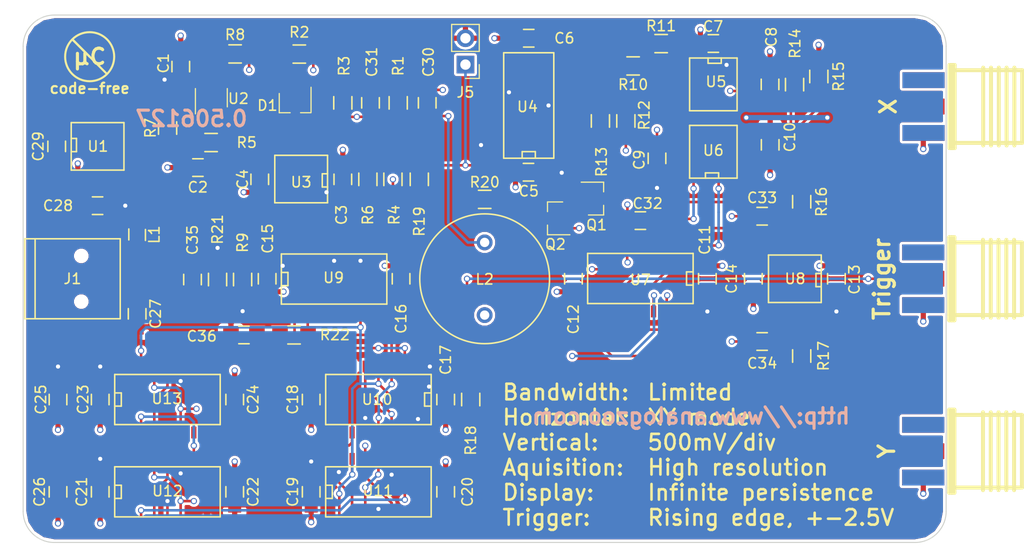
<source format=kicad_pcb>
(kicad_pcb (version 4) (host pcbnew 4.0.7)
  (layers (0 F.Cu signal) (1 GND1.Cu signal) (2 GND2.Cu signal) (31 B.Cu signal) (34 B.Paste user) (35 F.Paste user) (36 B.SilkS user) (37 F.SilkS user) (38 B.Mask user) (39 F.Mask user) (44 Edge.Cuts user))
  (net 0 "")
  (net 1 +VDC)
  (net 2 GNDREF)
  (net 3 -VDC)
  (net 4 "Net-(C27-Pad1)")
  (net 5 "Net-(C29-Pad1)")
  (net 6 "Net-(C30-Pad1)")
  (net 7 "Net-(C31-Pad1)")
  (net 8 "Net-(C32-Pad1)")
  (net 9 "Net-(C33-Pad1)")
  (net 10 "Net-(C34-Pad1)")
  (net 11 "Net-(C35-Pad1)")
  (net 12 "Net-(C36-Pad1)")
  (net 13 "Net-(D1-Pad1)")
  (net 14 "Net-(D1-Pad2)")
  (net 15 "Net-(J1-Pad2)")
  (net 16 "Net-(J1-Pad3)")
  (net 17 "Net-(J1-Pad4)")
  (net 18 "Net-(J2-Pad1)")
  (net 19 "Net-(J3-Pad1)")
  (net 20 "Net-(J4-Pad1)")
  (net 21 CLOCK_CYCLE_0)
  (net 22 CLOCK_CYCLE_2)
  (net 23 "Net-(R4-Pad1)")
  (net 24 "Net-(R5-Pad2)")
  (net 25 "Net-(R6-Pad1)")
  (net 26 "Net-(R7-Pad2)")
  (net 27 COORDINATE)
  (net 28 "Net-(R10-Pad2)")
  (net 29 "Net-(R12-Pad1)")
  (net 30 "Net-(R13-Pad2)")
  (net 31 "Net-(R14-Pad1)")
  (net 32 "Net-(R14-Pad2)")
  (net 33 FRACTAL_X)
  (net 34 FRACTAL_Y)
  (net 35 FRACTAL_TRIGGER)
  (net 36 CHUA_ATTRACTOR)
  (net 37 CLOCK)
  (net 38 "Net-(U3-Pad6)")
  (net 39 "Net-(U3-Pad5)")
  (net 40 "Net-(U4-Pad6)")
  (net 41 "Net-(U4-Pad8)")
  (net 42 "Net-(U4-Pad9)")
  (net 43 "Net-(U5-Pad3)")
  (net 44 "Net-(U5-Pad2)")
  (net 45 CLOCK_CYCLE_3)
  (net 46 CLOCK_CYCLE_1)
  (net 47 "Net-(U9-Pad4)")
  (net 48 RESET)
  (net 49 "Net-(U9-Pad8)")
  (net 50 "Net-(U9-Pad10)")
  (net 51 "Net-(U10-Pad6)")
  (net 52 "Net-(U10-Pad8)")
  (net 53 "Net-(U10-Pad9)")
  (net 54 "Net-(U11-Pad6)")
  (net 55 "Net-(U11-Pad8)")
  (net 56 "Net-(U11-Pad9)")
  (net 57 "Net-(U12-Pad6)")
  (net 58 "Net-(U12-Pad8)")
  (net 59 "Net-(U12-Pad9)")
  (net 60 "Net-(U13-Pad6)")
  (net 61 "Net-(U13-Pad8)")
  (net 62 "Net-(J5-Pad1)")
  (net 63 "Net-(Q1-Pad2)")
  (net 64 "Net-(U6-Pad1)")
  (module Capacitors_SMD:C_0805_HandSoldering (layer F.Cu) (at 120.2817 76.2635 90)
    (fp_text reference C1 (at 0.3175 -1.6637 90) (layer F.SilkS))
    (fp_text value 0.1uF)
    (pad 1 smd rect (at -1.25 0 90) (size 1.5 1.25) (layers F.Cu F.Paste F.Mask) (net 1 +VDC))
    (pad 2 smd rect (at 1.25 0 90) (size 1.5 1.25) (layers F.Cu F.Paste F.Mask) (net 2 GNDREF))
  )
  (module Capacitors_SMD:C_0805_HandSoldering (layer F.Cu) (at 121.9327 85.9917)
    (fp_text reference C2 (at -0.0127 1.8923) (layer F.SilkS))
    (fp_text value 0.1uF)
    (pad 1 smd rect (at -1.25 0) (size 1.5 1.25) (layers F.Cu F.Paste F.Mask) (net 2 GNDREF))
    (pad 2 smd rect (at 1.25 0) (size 1.5 1.25) (layers F.Cu F.Paste F.Mask) (net 3 -VDC))
  )
  (module Capacitors_SMD:C_0805_HandSoldering (layer F.Cu) (at 135.89 87.122 90)
    (fp_text reference C3 (at -3.429 -0.127 90) (layer F.SilkS))
    (fp_text value 0.1uF)
    (pad 1 smd rect (at -1.25 0 90) (size 1.5 1.25) (layers F.Cu F.Paste F.Mask) (net 1 +VDC))
    (pad 2 smd rect (at 1.25 0 90) (size 1.5 1.25) (layers F.Cu F.Paste F.Mask) (net 2 GNDREF))
  )
  (module Capacitors_SMD:C_0805_HandSoldering (layer F.Cu) (at 127.889 87.122 90)
    (fp_text reference C4 (at 0 -1.651 90) (layer F.SilkS))
    (fp_text value 0.1uF)
    (pad 1 smd rect (at -1.25 0 90) (size 1.5 1.25) (layers F.Cu F.Paste F.Mask) (net 2 GNDREF))
    (pad 2 smd rect (at 1.25 0 90) (size 1.5 1.25) (layers F.Cu F.Paste F.Mask) (net 3 -VDC))
  )
  (module Capacitors_SMD:C_0805_HandSoldering (layer F.Cu) (at 153.7716 86.4362 180)
    (fp_text reference C5 (at -0.0254 -1.8288 180) (layer F.SilkS))
    (fp_text value 0.1uF)
    (pad 1 smd rect (at -1.25 0 180) (size 1.5 1.25) (layers F.Cu F.Paste F.Mask) (net 1 +VDC))
    (pad 2 smd rect (at 1.25 0 180) (size 1.5 1.25) (layers F.Cu F.Paste F.Mask) (net 2 GNDREF))
  )
  (module Capacitors_SMD:C_0805_HandSoldering (layer F.Cu) (at 153.797 73.533)
    (fp_text reference C6 (at 3.429 0) (layer F.SilkS))
    (fp_text value 0.1uF)
    (pad 1 smd rect (at -1.25 0) (size 1.5 1.25) (layers F.Cu F.Paste F.Mask) (net 2 GNDREF))
    (pad 2 smd rect (at 1.25 0) (size 1.5 1.25) (layers F.Cu F.Paste F.Mask) (net 3 -VDC))
  )
  (module Capacitors_SMD:C_0805_HandSoldering (layer F.Cu) (at 171.577 74.041 180)
    (fp_text reference C7 (at 0.027 1.641 180) (layer F.SilkS))
    (fp_text value 0.1uF)
    (pad 1 smd rect (at -1.25 0 180) (size 1.5 1.25) (layers F.Cu F.Paste F.Mask) (net 1 +VDC))
    (pad 2 smd rect (at 1.25 0 180) (size 1.5 1.25) (layers F.Cu F.Paste F.Mask) (net 2 GNDREF))
  )
  (module Capacitors_SMD:C_0805_HandSoldering (layer F.Cu) (at 177.038 77.978 270)
    (fp_text reference C8 (at -4.572 -0.127 270) (layer F.SilkS))
    (fp_text value 0.1uF)
    (pad 1 smd rect (at -1.25 0 270) (size 1.5 1.25) (layers F.Cu F.Paste F.Mask) (net 2 GNDREF))
    (pad 2 smd rect (at 1.25 0 270) (size 1.5 1.25) (layers F.Cu F.Paste F.Mask) (net 3 -VDC))
  )
  (module Capacitors_SMD:C_0805_HandSoldering (layer F.Cu) (at 166.15 85.1 90)
    (fp_text reference C9 (at -0.1424 -1.7104 90) (layer F.SilkS))
    (fp_text value 0.1uF)
    (pad 1 smd rect (at -1.25 0 90) (size 1.5 1.25) (layers F.Cu F.Paste F.Mask) (net 1 +VDC))
    (pad 2 smd rect (at 1.25 0 90) (size 1.5 1.25) (layers F.Cu F.Paste F.Mask) (net 2 GNDREF))
  )
  (module Capacitors_SMD:C_0805_HandSoldering (layer F.Cu) (at 177.05 83.8 90)
    (fp_text reference C10 (at 0.742 1.893 90) (layer F.SilkS))
    (fp_text value 0.1uF)
    (pad 1 smd rect (at -1.25 0 90) (size 1.5 1.25) (layers F.Cu F.Paste F.Mask) (net 2 GNDREF))
    (pad 2 smd rect (at 1.25 0 90) (size 1.5 1.25) (layers F.Cu F.Paste F.Mask) (net 3 -VDC))
  )
  (module Capacitors_SMD:C_0805_HandSoldering (layer F.Cu) (at 171 96.7 90)
    (fp_text reference C11 (at 3.75 -0.25 90) (layer F.SilkS))
    (fp_text value 0.1uF)
    (pad 1 smd rect (at -1.25 0 90) (size 1.5 1.25) (layers F.Cu F.Paste F.Mask) (net 1 +VDC))
    (pad 2 smd rect (at 1.25 0 90) (size 1.5 1.25) (layers F.Cu F.Paste F.Mask) (net 2 GNDREF))
  )
  (module Capacitors_SMD:C_0805_HandSoldering (layer F.Cu) (at 158.1 96.7 90)
    (fp_text reference C12 (at -3.9 0 90) (layer F.SilkS))
    (fp_text value 0.1uF)
    (pad 1 smd rect (at -1.25 0 90) (size 1.5 1.25) (layers F.Cu F.Paste F.Mask) (net 2 GNDREF))
    (pad 2 smd rect (at 1.25 0 90) (size 1.5 1.25) (layers F.Cu F.Paste F.Mask) (net 3 -VDC))
  )
  (module Capacitors_SMD:C_0805_HandSoldering (layer F.Cu) (at 183.429 96.7 90)
    (fp_text reference C13 (at -0.074 1.737 90) (layer F.SilkS))
    (fp_text value 0.1uF)
    (pad 1 smd rect (at -1.25 0 90) (size 1.5 1.25) (layers F.Cu F.Paste F.Mask) (net 1 +VDC))
    (pad 2 smd rect (at 1.25 0 90) (size 1.5 1.25) (layers F.Cu F.Paste F.Mask) (net 2 GNDREF))
  )
  (module Capacitors_SMD:C_0805_HandSoldering (layer F.Cu) (at 175.429 96.7 90)
    (fp_text reference C14 (at 0 -2.1 90) (layer F.SilkS))
    (fp_text value 0.1uF)
    (pad 1 smd rect (at -1.25 0 90) (size 1.5 1.25) (layers F.Cu F.Paste F.Mask) (net 2 GNDREF))
    (pad 2 smd rect (at 1.25 0 90) (size 1.5 1.25) (layers F.Cu F.Paste F.Mask) (net 3 -VDC))
  )
  (module Capacitors_SMD:C_0805_HandSoldering (layer F.Cu) (at 128.6 96.7 270)
    (fp_text reference C15 (at -3.863 -0.051 270) (layer F.SilkS))
    (fp_text value 0.1uF)
    (pad 1 smd rect (at -1.25 0 270) (size 1.5 1.25) (layers F.Cu F.Paste F.Mask) (net 1 +VDC))
    (pad 2 smd rect (at 1.25 0 270) (size 1.5 1.25) (layers F.Cu F.Paste F.Mask) (net 2 GNDREF))
  )
  (module Capacitors_SMD:C_0805_HandSoldering (layer F.Cu) (at 141.5 96.7 270)
    (fp_text reference C16 (at 3.85 0 270) (layer F.SilkS))
    (fp_text value 0.1uF)
    (pad 1 smd rect (at -1.25 0 270) (size 1.5 1.25) (layers F.Cu F.Paste F.Mask) (net 2 GNDREF))
    (pad 2 smd rect (at 1.25 0 270) (size 1.5 1.25) (layers F.Cu F.Paste F.Mask) (net 3 -VDC))
  )
  (module Capacitors_SMD:C_0805_HandSoldering (layer F.Cu) (at 145.796 108.331 270)
    (fp_text reference C17 (at -3.81 0 270) (layer F.SilkS))
    (fp_text value 0.1uF)
    (pad 1 smd rect (at -1.25 0 270) (size 1.5 1.25) (layers F.Cu F.Paste F.Mask) (net 1 +VDC))
    (pad 2 smd rect (at 1.25 0 270) (size 1.5 1.25) (layers F.Cu F.Paste F.Mask) (net 2 GNDREF))
  )
  (module Capacitors_SMD:C_0805_HandSoldering (layer F.Cu) (at 132.842 108.331 90)
    (fp_text reference C18 (at 0 -1.778 90) (layer F.SilkS))
    (fp_text value 0.1uF)
    (pad 1 smd rect (at -1.25 0 90) (size 1.5 1.25) (layers F.Cu F.Paste F.Mask) (net 2 GNDREF))
    (pad 2 smd rect (at 1.25 0 90) (size 1.5 1.25) (layers F.Cu F.Paste F.Mask) (net 3 -VDC))
  )
  (module Capacitors_SMD:C_0805_HandSoldering (layer F.Cu) (at 132.842 117.221 270)
    (fp_text reference C19 (at 0 1.778 270) (layer F.SilkS))
    (fp_text value 0.1uF)
    (pad 1 smd rect (at -1.25 0 270) (size 1.5 1.25) (layers F.Cu F.Paste F.Mask) (net 1 +VDC))
    (pad 2 smd rect (at 1.25 0 270) (size 1.5 1.25) (layers F.Cu F.Paste F.Mask) (net 2 GNDREF))
  )
  (module Capacitors_SMD:C_0805_HandSoldering (layer F.Cu) (at 145.796 117.221 270)
    (fp_text reference C20 (at 0 -2.1 270) (layer F.SilkS))
    (fp_text value 0.1uF)
    (pad 1 smd rect (at -1.25 0 270) (size 1.5 1.25) (layers F.Cu F.Paste F.Mask) (net 2 GNDREF))
    (pad 2 smd rect (at 1.25 0 270) (size 1.5 1.25) (layers F.Cu F.Paste F.Mask) (net 3 -VDC))
  )
  (module Capacitors_SMD:C_0805_HandSoldering (layer F.Cu) (at 112.522 117.221 270)
    (fp_text reference C21 (at 0 1.778 270) (layer F.SilkS))
    (fp_text value 0.1uF)
    (pad 1 smd rect (at -1.25 0 270) (size 1.5 1.25) (layers F.Cu F.Paste F.Mask) (net 1 +VDC))
    (pad 2 smd rect (at 1.25 0 270) (size 1.5 1.25) (layers F.Cu F.Paste F.Mask) (net 2 GNDREF))
  )
  (module Capacitors_SMD:C_0805_HandSoldering (layer F.Cu) (at 125.476 117.221 270)
    (fp_text reference C22 (at 0 -1.778 270) (layer F.SilkS))
    (fp_text value 0.1uF)
    (pad 1 smd rect (at -1.25 0 270) (size 1.5 1.25) (layers F.Cu F.Paste F.Mask) (net 2 GNDREF))
    (pad 2 smd rect (at 1.25 0 270) (size 1.5 1.25) (layers F.Cu F.Paste F.Mask) (net 3 -VDC))
  )
  (module Capacitors_SMD:C_0805_HandSoldering (layer F.Cu) (at 112.522 108.331 270)
    (fp_text reference C23 (at 0 1.651 450) (layer F.SilkS))
    (fp_text value 0.1uF)
    (pad 1 smd rect (at -1.25 0 270) (size 1.5 1.25) (layers F.Cu F.Paste F.Mask) (net 1 +VDC))
    (pad 2 smd rect (at 1.25 0 270) (size 1.5 1.25) (layers F.Cu F.Paste F.Mask) (net 2 GNDREF))
  )
  (module Capacitors_SMD:C_0805_HandSoldering (layer F.Cu) (at 125.476 108.331 270)
    (fp_text reference C24 (at 0 -1.778 270) (layer F.SilkS))
    (fp_text value 0.1uF)
    (pad 1 smd rect (at -1.25 0 270) (size 1.5 1.25) (layers F.Cu F.Paste F.Mask) (net 2 GNDREF))
    (pad 2 smd rect (at 1.25 0 270) (size 1.5 1.25) (layers F.Cu F.Paste F.Mask) (net 3 -VDC))
  )
  (module Capacitors_SMD:C_0805_HandSoldering (layer F.Cu) (at 108.458 108.331 270)
    (fp_text reference C25 (at 0 1.651 270) (layer F.SilkS))
    (fp_text value 10uF)
    (pad 1 smd rect (at -1.25 0 270) (size 1.5 1.25) (layers F.Cu F.Paste F.Mask) (net 1 +VDC))
    (pad 2 smd rect (at 1.25 0 270) (size 1.5 1.25) (layers F.Cu F.Paste F.Mask) (net 2 GNDREF))
  )
  (module Capacitors_SMD:C_0805_HandSoldering (layer F.Cu) (at 108.458 117.221 90)
    (fp_text reference C26 (at 0 -1.778 90) (layer F.SilkS))
    (fp_text value 10uF)
    (pad 1 smd rect (at -1.25 0 90) (size 1.5 1.25) (layers F.Cu F.Paste F.Mask) (net 2 GNDREF))
    (pad 2 smd rect (at 1.25 0 90) (size 1.5 1.25) (layers F.Cu F.Paste F.Mask) (net 3 -VDC))
  )
  (module Capacitors_SMD:C_0805_HandSoldering (layer F.Cu) (at 116.078 100.076 270)
    (fp_text reference C27 (at 0 -1.778 270) (layer F.SilkS))
    (fp_text value 0.1uF)
    (pad 1 smd rect (at -1.25 0 270) (size 1.5 1.25) (layers F.Cu F.Paste F.Mask) (net 4 "Net-(C27-Pad1)"))
    (pad 2 smd rect (at 1.25 0 270) (size 1.5 1.25) (layers F.Cu F.Paste F.Mask) (net 3 -VDC))
  )
  (module Capacitors_SMD:C_0805_HandSoldering (layer F.Cu) (at 112.268 89.662 180)
    (fp_text reference C28 (at 3.81 0 180) (layer F.SilkS))
    (fp_text value 10uF)
    (pad 1 smd rect (at -1.25 0 180) (size 1.5 1.25) (layers F.Cu F.Paste F.Mask) (net 1 +VDC))
    (pad 2 smd rect (at 1.25 0 180) (size 1.5 1.25) (layers F.Cu F.Paste F.Mask) (net 3 -VDC))
  )
  (module Capacitors_SMD:C_0805_HandSoldering (layer F.Cu) (at 108.331 83.947 270)
    (fp_text reference C29 (at 0 1.778 270) (layer F.SilkS))
    (fp_text value 0.1uF)
    (pad 1 smd rect (at -1.25 0 270) (size 1.5 1.25) (layers F.Cu F.Paste F.Mask) (net 5 "Net-(C29-Pad1)"))
    (pad 2 smd rect (at 1.25 0 270) (size 1.5 1.25) (layers F.Cu F.Paste F.Mask) (net 3 -VDC))
  )
  (module Capacitors_SMD:C_0805_HandSoldering (layer F.Cu) (at 144.018 79.756 90)
    (fp_text reference C30 (at 3.937 0.127 90) (layer F.SilkS))
    (fp_text value 0.1uF)
    (pad 1 smd rect (at -1.25 0 90) (size 1.5 1.25) (layers F.Cu F.Paste F.Mask) (net 6 "Net-(C30-Pad1)"))
    (pad 2 smd rect (at 1.25 0 90) (size 1.5 1.25) (layers F.Cu F.Paste F.Mask) (net 2 GNDREF))
  )
  (module Capacitors_SMD:C_0805_HandSoldering (layer F.Cu) (at 138.557 79.756 270)
    (fp_text reference C31 (at -3.937 -0.127 270) (layer F.SilkS))
    (fp_text value 0.01uF)
    (pad 1 smd rect (at -1.25 0 270) (size 1.5 1.25) (layers F.Cu F.Paste F.Mask) (net 7 "Net-(C31-Pad1)"))
    (pad 2 smd rect (at 1.25 0 270) (size 1.5 1.25) (layers F.Cu F.Paste F.Mask) (net 2 GNDREF))
  )
  (module Capacitors_SMD:C_0805_HandSoldering (layer F.Cu) (at 164.55 91.1 180)
    (fp_text reference C32 (at -0.7 1.65 180) (layer F.SilkS))
    (fp_text value 1500pF)
    (pad 1 smd rect (at -1.25 0 180) (size 1.5 1.25) (layers F.Cu F.Paste F.Mask) (net 8 "Net-(C32-Pad1)"))
    (pad 2 smd rect (at 1.25 0 180) (size 1.5 1.25) (layers F.Cu F.Paste F.Mask) (net 2 GNDREF))
  )
  (module Capacitors_SMD:C_0805_HandSoldering (layer F.Cu) (at 176.276 90.678 180)
    (fp_text reference C33 (at 0 1.778 180) (layer F.SilkS))
    (fp_text value 1500pF)
    (pad 1 smd rect (at -1.25 0 180) (size 1.5 1.25) (layers F.Cu F.Paste F.Mask) (net 9 "Net-(C33-Pad1)"))
    (pad 2 smd rect (at 1.25 0 180) (size 1.5 1.25) (layers F.Cu F.Paste F.Mask) (net 2 GNDREF))
  )
  (module Capacitors_SMD:C_0805_HandSoldering (layer F.Cu) (at 176.276 102.743 180)
    (fp_text reference C34 (at 0 -2.1 180) (layer F.SilkS))
    (fp_text value 1500pF)
    (pad 1 smd rect (at -1.25 0 180) (size 1.5 1.25) (layers F.Cu F.Paste F.Mask) (net 10 "Net-(C34-Pad1)"))
    (pad 2 smd rect (at 1.25 0 180) (size 1.5 1.25) (layers F.Cu F.Paste F.Mask) (net 2 GNDREF))
  )
  (module Capacitors_SMD:C_0805_HandSoldering (layer F.Cu) (at 121.412 96.774 90)
    (fp_text reference C35 (at 3.81 0 90) (layer F.SilkS))
    (fp_text value 0.1uF)
    (pad 1 smd rect (at -1.25 0 90) (size 1.5 1.25) (layers F.Cu F.Paste F.Mask) (net 11 "Net-(C35-Pad1)"))
    (pad 2 smd rect (at 1.25 0 90) (size 1.5 1.25) (layers F.Cu F.Paste F.Mask) (net 3 -VDC))
  )
  (module Capacitors_SMD:C_0805_HandSoldering (layer F.Cu) (at 126.365 102.108 180)
    (fp_text reference C36 (at 4.064 -0.127 180) (layer F.SilkS))
    (fp_text value 0.1uF)
    (pad 1 smd rect (at -1.25 0 180) (size 1.5 1.25) (layers F.Cu F.Paste F.Mask) (net 12 "Net-(C36-Pad1)"))
    (pad 2 smd rect (at 1.25 0 180) (size 1.5 1.25) (layers F.Cu F.Paste F.Mask) (net 3 -VDC))
  )
  (module TO_SOT_Packages_SMD:TSOT-23 (layer F.Cu) (at 131.318 79.756 270)
    (fp_text reference D1 (at 0.254 2.6924 360) (layer F.SilkS))
    (fp_text value BAT54S)
    (pad 1 smd rect (at -1.31 -0.95 270) (size 1.22 0.65) (layers F.Cu F.Paste F.Mask) (net 13 "Net-(D1-Pad1)"))
    (pad 2 smd rect (at -1.31 0.95 270) (size 1.22 0.65) (layers F.Cu F.Paste F.Mask) (net 14 "Net-(D1-Pad2)"))
    (pad 3 smd rect (at 1.31 0 270) (size 1.22 0.65) (layers F.Cu F.Paste F.Mask) (net 7 "Net-(C31-Pad1)"))
  )
  (module Connect:USB_Mini-B (layer F.Cu) (at 109.85 96.7)
    (fp_text reference J1 (at 0 0) (layer F.SilkS))
    (fp_text value USB_OTG)
    (pad 1 smd rect (at 3.44932 -1.6002) (size 2.30124 0.50038) (layers F.Cu F.Paste F.Mask) (net 4 "Net-(C27-Pad1)"))
    (pad 2 smd rect (at 3.44932 -0.8001) (size 2.30124 0.50038) (layers F.Cu F.Paste F.Mask) (net 15 "Net-(J1-Pad2)"))
    (pad 3 smd rect (at 3.44932 0) (size 2.30124 0.50038) (layers F.Cu F.Paste F.Mask) (net 16 "Net-(J1-Pad3)"))
    (pad 4 smd rect (at 3.44932 0.8001) (size 2.30124 0.50038) (layers F.Cu F.Paste F.Mask) (net 17 "Net-(J1-Pad4)"))
    (pad 5 smd rect (at 3.44932 1.6002) (size 2.30124 0.50038) (layers F.Cu F.Paste F.Mask) (net 3 -VDC))
    (pad 6 smd rect (at 3.35026 -4.45008) (size 2.49936 1.99898) (layers F.Cu F.Paste F.Mask) (net 3 -VDC))
    (pad 6 smd rect (at -2.14884 -4.45008) (size 2.49936 1.99898) (layers F.Cu F.Paste F.Mask) (net 3 -VDC))
    (pad 6 smd rect (at 3.35026 4.45008) (size 2.49936 1.99898) (layers F.Cu F.Paste F.Mask) (net 3 -VDC))
    (pad 6 smd rect (at -2.14884 4.45008) (size 2.49936 1.99898) (layers F.Cu F.Paste F.Mask) (net 3 -VDC))
    (pad "" np_thru_hole circle (at 0.8509 -2.19964) (size 0.89916 0.89916) (drill 0.89916) (layers *.Cu *.Mask))
    (pad "" np_thru_hole circle (at 0.8509 2.19964) (size 0.89916 0.89916) (drill 0.89916) (layers *.Cu *.Mask))
  )
  (module Choke_SMD:Choke_SMD_1206_Handsoldering (layer F.Cu) (at 116.078 92.456 90)
    (fp_text reference L1 (at 0 1.651 270) (layer F.SilkS))
    (fp_text value FB)
    (pad 1 smd rect (at -2.30124 0 90) (size 2.59842 1.19888) (layers F.Cu F.Paste F.Mask) (net 4 "Net-(C27-Pad1)"))
    (pad 2 smd rect (at 2.30124 0 90) (size 2.60096 1.19888) (layers F.Cu F.Paste F.Mask) (net 1 +VDC))
  )
  (module RLB1314:RLB1314-153 (layer F.Cu) (at 149.55 96.7 270)
    (fp_text reference L2 (at 0.05 0 360) (layer F.SilkS))
    (fp_text value 15mH)
    (pad 1 thru_hole circle (at 3.5 0 270) (size 1.524 1.524) (drill 0.9) (layers *.Cu *.Mask) (net 2 GNDREF))
    (pad 2 thru_hole circle (at -3.5 0 270) (size 1.524 1.524) (drill 0.9) (layers *.Cu *.Mask) (net 6 "Net-(C30-Pad1)"))
  )
  (module Resistors_SMD:R_0805_HandSoldering (layer F.Cu) (at 141.224 79.756 90)
    (fp_text reference R1 (at 3.556 0 90) (layer F.SilkS))
    (fp_text value 1.37k)
    (pad 1 smd rect (at -1.35 0 90) (size 1.5 1.3) (layers F.Cu F.Paste F.Mask) (net 6 "Net-(C30-Pad1)"))
    (pad 2 smd rect (at 1.35 0 90) (size 1.5 1.3) (layers F.Cu F.Paste F.Mask) (net 7 "Net-(C31-Pad1)"))
  )
  (module Resistors_SMD:R_0805_HandSoldering (layer F.Cu) (at 131.699 75.057)
    (fp_text reference R2 (at 0 -2.1) (layer F.SilkS))
    (fp_text value 2.2k)
    (pad 1 smd rect (at -1.35 0) (size 1.5 1.3) (layers F.Cu F.Paste F.Mask) (net 14 "Net-(D1-Pad2)"))
    (pad 2 smd rect (at 1.35 0) (size 1.5 1.3) (layers F.Cu F.Paste F.Mask) (net 2 GNDREF))
  )
  (module Resistors_SMD:R_0805_HandSoldering (layer F.Cu) (at 135.89 79.756 270)
    (fp_text reference R3 (at -3.556 -0.127 270) (layer F.SilkS))
    (fp_text value 2.2k)
    (pad 1 smd rect (at -1.35 0 270) (size 1.5 1.3) (layers F.Cu F.Paste F.Mask) (net 13 "Net-(D1-Pad1)"))
    (pad 2 smd rect (at 1.35 0 270) (size 1.5 1.3) (layers F.Cu F.Paste F.Mask) (net 2 GNDREF))
  )
  (module Resistors_SMD:R_0805_HandSoldering (layer F.Cu) (at 140.716 87.122 270)
    (fp_text reference R4 (at 3.429 -0.127 270) (layer F.SilkS))
    (fp_text value 100k)
    (pad 1 smd rect (at -1.35 0 270) (size 1.5 1.3) (layers F.Cu F.Paste F.Mask) (net 23 "Net-(R4-Pad1)"))
    (pad 2 smd rect (at 1.35 0 270) (size 1.5 1.3) (layers F.Cu F.Paste F.Mask) (net 2 GNDREF))
  )
  (module Resistors_SMD:R_0805_HandSoldering (layer F.Cu) (at 123.2027 83.5787 180)
    (fp_text reference R5 (at -3.429 0 180) (layer F.SilkS))
    (fp_text value 1k)
    (pad 1 smd rect (at -1.35 0 180) (size 1.5 1.3) (layers F.Cu F.Paste F.Mask) (net 7 "Net-(C31-Pad1)"))
    (pad 2 smd rect (at 1.35 0 180) (size 1.5 1.3) (layers F.Cu F.Paste F.Mask) (net 24 "Net-(R5-Pad2)"))
  )
  (module Resistors_SMD:R_0805_HandSoldering (layer F.Cu) (at 138.303 87.122 90)
    (fp_text reference R6 (at -3.429 0 90) (layer F.SilkS))
    (fp_text value 1M)
    (pad 1 smd rect (at -1.35 0 90) (size 1.5 1.3) (layers F.Cu F.Paste F.Mask) (net 25 "Net-(R6-Pad1)"))
    (pad 2 smd rect (at 1.35 0 90) (size 1.5 1.3) (layers F.Cu F.Paste F.Mask) (net 23 "Net-(R4-Pad1)"))
  )
  (module Resistors_SMD:R_0805_HandSoldering (layer F.Cu) (at 119.0117 82.1817 90)
    (fp_text reference R7 (at 0 -1.65 90) (layer F.SilkS))
    (fp_text value 1k)
    (pad 1 smd rect (at -1.35 0 90) (size 1.5 1.3) (layers F.Cu F.Paste F.Mask) (net 24 "Net-(R5-Pad2)"))
    (pad 2 smd rect (at 1.35 0 90) (size 1.5 1.3) (layers F.Cu F.Paste F.Mask) (net 26 "Net-(R7-Pad2)"))
  )
  (module Resistors_SMD:R_0805_HandSoldering (layer F.Cu) (at 125.5141 75.0443)
    (fp_text reference R8 (at 0 -1.85) (layer F.SilkS))
    (fp_text value 1k)
    (pad 1 smd rect (at -1.35 0) (size 1.5 1.3) (layers F.Cu F.Paste F.Mask) (net 26 "Net-(R7-Pad2)"))
    (pad 2 smd rect (at 1.35 0) (size 1.5 1.3) (layers F.Cu F.Paste F.Mask) (net 2 GNDREF))
  )
  (module Resistors_SMD:R_0805_HandSoldering (layer F.Cu) (at 126.238 96.774 90)
    (fp_text reference R9 (at 3.556 0 90) (layer F.SilkS))
    (fp_text value 1k)
    (pad 1 smd rect (at -1.35 0 90) (size 1.5 1.3) (layers F.Cu F.Paste F.Mask) (net 1 +VDC))
    (pad 2 smd rect (at 1.35 0 90) (size 1.5 1.3) (layers F.Cu F.Paste F.Mask) (net 25 "Net-(R6-Pad1)"))
  )
  (module Resistors_SMD:R_0805_HandSoldering (layer F.Cu) (at 163.85 76.2)
    (fp_text reference R10 (at 0 1.8) (layer F.SilkS))
    (fp_text value 15k)
    (pad 1 smd rect (at -1.35 0) (size 1.5 1.3) (layers F.Cu F.Paste F.Mask) (net 27 COORDINATE))
    (pad 2 smd rect (at 1.35 0) (size 1.5 1.3) (layers F.Cu F.Paste F.Mask) (net 28 "Net-(R10-Pad2)"))
  )
  (module Resistors_SMD:R_0805_HandSoldering (layer F.Cu) (at 166.55 74.05)
    (fp_text reference R11 (at 0 -1.7) (layer F.SilkS))
    (fp_text value 10k)
    (pad 1 smd rect (at -1.35 0) (size 1.5 1.3) (layers F.Cu F.Paste F.Mask) (net 28 "Net-(R10-Pad2)"))
    (pad 2 smd rect (at 1.35 0) (size 1.5 1.3) (layers F.Cu F.Paste F.Mask) (net 2 GNDREF))
  )
  (module Resistors_SMD:R_0805_HandSoldering (layer F.Cu) (at 163.15 81.5 270)
    (fp_text reference R12 (at -0.5502 -1.7722 270) (layer F.SilkS))
    (fp_text value 10k)
    (pad 1 smd rect (at -1.35 0 270) (size 1.5 1.3) (layers F.Cu F.Paste F.Mask) (net 29 "Net-(R12-Pad1)"))
    (pad 2 smd rect (at 1.35 0 270) (size 1.5 1.3) (layers F.Cu F.Paste F.Mask) (net 2 GNDREF))
  )
  (module Resistors_SMD:R_0805_HandSoldering (layer F.Cu) (at 160.7 81.5 270)
    (fp_text reference R13 (at 3.9456 -0.1074 270) (layer F.SilkS))
    (fp_text value 15k)
    (pad 1 smd rect (at -1.35 0 270) (size 1.5 1.3) (layers F.Cu F.Paste F.Mask) (net 29 "Net-(R12-Pad1)"))
    (pad 2 smd rect (at 1.35 0 270) (size 1.5 1.3) (layers F.Cu F.Paste F.Mask) (net 30 "Net-(R13-Pad2)"))
  )
  (module Resistors_SMD:R_0805_HandSoldering (layer F.Cu) (at 179.4 78 270)
    (fp_text reference R14 (at -3.95 -0.05 270) (layer F.SilkS))
    (fp_text value 0)
    (pad 1 smd rect (at -1.35 0 270) (size 1.5 1.3) (layers F.Cu F.Paste F.Mask) (net 31 "Net-(R14-Pad1)"))
    (pad 2 smd rect (at 1.35 0 270) (size 1.5 1.3) (layers F.Cu F.Paste F.Mask) (net 32 "Net-(R14-Pad2)"))
  )
  (module Resistors_SMD:R_0805_HandSoldering (layer F.Cu) (at 181.737 77.216 90)
    (fp_text reference R15 (at 0 1.905 90) (layer F.SilkS))
    (fp_text value 10k)
    (pad 1 smd rect (at -1.35 0 90) (size 1.5 1.3) (layers F.Cu F.Paste F.Mask) (net 32 "Net-(R14-Pad2)"))
    (pad 2 smd rect (at 1.35 0 90) (size 1.5 1.3) (layers F.Cu F.Paste F.Mask) (net 2 GNDREF))
  )
  (module Resistors_SMD:R_0805_HandSoldering (layer F.Cu) (at 180.086 89.281 90)
    (fp_text reference R16 (at 0 1.905 90) (layer F.SilkS))
    (fp_text value 2.2k)
    (pad 1 smd rect (at -1.35 0 90) (size 1.5 1.3) (layers F.Cu F.Paste F.Mask) (net 33 FRACTAL_X))
    (pad 2 smd rect (at 1.35 0 90) (size 1.5 1.3) (layers F.Cu F.Paste F.Mask) (net 18 "Net-(J2-Pad1)"))
  )
  (module Resistors_SMD:R_0805_HandSoldering (layer F.Cu) (at 180.086 104.14 270)
    (fp_text reference R17 (at 0 -2.1 270) (layer F.SilkS))
    (fp_text value 2.2k)
    (pad 1 smd rect (at -1.35 0 270) (size 1.5 1.3) (layers F.Cu F.Paste F.Mask) (net 34 FRACTAL_Y))
    (pad 2 smd rect (at 1.35 0 270) (size 1.5 1.3) (layers F.Cu F.Paste F.Mask) (net 19 "Net-(J3-Pad1)"))
  )
  (module Resistors_SMD:R_0805_HandSoldering (layer F.Cu) (at 148.209 108.331 90)
    (fp_text reference R18 (at -3.937 0 90) (layer F.SilkS))
    (fp_text value 2.2k)
    (pad 1 smd rect (at -1.35 0 90) (size 1.5 1.3) (layers F.Cu F.Paste F.Mask) (net 35 FRACTAL_TRIGGER))
    (pad 2 smd rect (at 1.35 0 90) (size 1.5 1.3) (layers F.Cu F.Paste F.Mask) (net 20 "Net-(J4-Pad1)"))
  )
  (module Resistors_SMD:R_0805_HandSoldering (layer F.Cu) (at 143.256 87.122 90)
    (fp_text reference R19 (at -4.064 0 90) (layer F.SilkS))
    (fp_text value 2.2k)
    (pad 1 smd rect (at -1.35 0 90) (size 1.5 1.3) (layers F.Cu F.Paste F.Mask) (net 36 CHUA_ATTRACTOR))
    (pad 2 smd rect (at 1.35 0 90) (size 1.5 1.3) (layers F.Cu F.Paste F.Mask) (net 62 "Net-(J5-Pad1)"))
  )
  (module Resistors_SMD:R_0805_HandSoldering (layer F.Cu) (at 149.5552 89.0524 180)
    (fp_text reference R20 (at 0 1.651 180) (layer F.SilkS))
    (fp_text value 2.2k)
    (pad 1 smd rect (at -1.35 0 180) (size 1.5 1.3) (layers F.Cu F.Paste F.Mask) (net 63 "Net-(Q1-Pad2)"))
    (pad 2 smd rect (at 1.35 0 180) (size 1.5 1.3) (layers F.Cu F.Paste F.Mask) (net 3 -VDC))
  )
  (module Resistors_SMD:R_0805_HandSoldering (layer F.Cu) (at 123.825 96.774 270)
    (fp_text reference R21 (at -4.826 0 270) (layer F.SilkS))
    (fp_text value 10M)
    (pad 1 smd rect (at -1.35 0 270) (size 1.5 1.3) (layers F.Cu F.Paste F.Mask) (net 1 +VDC))
    (pad 2 smd rect (at 1.35 0 270) (size 1.5 1.3) (layers F.Cu F.Paste F.Mask) (net 11 "Net-(C35-Pad1)"))
  )
  (module Resistors_SMD:R_0805_HandSoldering (layer F.Cu) (at 131.191 102.108)
    (fp_text reference R22 (at 3.937 0) (layer F.SilkS))
    (fp_text value 56k)
    (pad 1 smd rect (at -1.35 0) (size 1.5 1.3) (layers F.Cu F.Paste F.Mask) (net 12 "Net-(C36-Pad1)"))
    (pad 2 smd rect (at 1.35 0) (size 1.5 1.3) (layers F.Cu F.Paste F.Mask) (net 37 CLOCK))
  )
  (module SMD_Packages:SOIC-8-N (layer F.Cu) (at 112.268 83.947)
    (fp_text reference U1 (at 0.032 0.003) (layer F.SilkS))
    (fp_text value TLE2426)
    (pad 8 smd rect (at -1.905 -3.175) (size 0.508 1.143) (layers F.Cu F.Paste F.Mask) (net 5 "Net-(C29-Pad1)"))
    (pad 7 smd rect (at -0.635 -3.175) (size 0.508 1.143) (layers F.Cu F.Paste F.Mask))
    (pad 6 smd rect (at 0.635 -3.175) (size 0.508 1.143) (layers F.Cu F.Paste F.Mask))
    (pad 5 smd rect (at 1.905 -3.175) (size 0.508 1.143) (layers F.Cu F.Paste F.Mask))
    (pad 4 smd rect (at 1.905 3.175) (size 0.508 1.143) (layers F.Cu F.Paste F.Mask))
    (pad 3 smd rect (at 0.635 3.175) (size 0.508 1.143) (layers F.Cu F.Paste F.Mask) (net 1 +VDC))
    (pad 2 smd rect (at -0.635 3.175) (size 0.508 1.143) (layers F.Cu F.Paste F.Mask) (net 3 -VDC))
    (pad 1 smd rect (at -1.905 3.175) (size 0.508 1.143) (layers F.Cu F.Paste F.Mask) (net 2 GNDREF))
  )
  (module TO_SOT_Packages_SMD:TSOT-23-5_HandSoldering (layer F.Cu) (at 123.2027 79.2607 90)
    (fp_text reference U2 (at -0.0889 2.6289 180) (layer F.SilkS))
    (fp_text value TLV271)
    (pad 1 smd rect (at -1.71 -0.95 90) (size 2 0.65) (layers F.Cu F.Paste F.Mask) (net 24 "Net-(R5-Pad2)"))
    (pad 2 smd rect (at -1.71 0 90) (size 2 0.65) (layers F.Cu F.Paste F.Mask) (net 3 -VDC))
    (pad 3 smd rect (at -1.71 0.95 90) (size 2 0.65) (layers F.Cu F.Paste F.Mask) (net 7 "Net-(C31-Pad1)"))
    (pad 4 smd rect (at 1.71 0.95 90) (size 2 0.65) (layers F.Cu F.Paste F.Mask) (net 26 "Net-(R7-Pad2)"))
    (pad 5 smd rect (at 1.71 -0.95 90) (size 2 0.65) (layers F.Cu F.Paste F.Mask) (net 1 +VDC))
  )
  (module SMD_Packages:SOIC-8-N (layer F.Cu) (at 131.8768 87.0966 180)
    (fp_text reference U3 (at 0 -0.3 360) (layer F.SilkS))
    (fp_text value LM311)
    (pad 8 smd rect (at -1.905 -3.175 180) (size 0.508 1.143) (layers F.Cu F.Paste F.Mask) (net 1 +VDC))
    (pad 7 smd rect (at -0.635 -3.175 180) (size 0.508 1.143) (layers F.Cu F.Paste F.Mask) (net 25 "Net-(R6-Pad1)"))
    (pad 6 smd rect (at 0.635 -3.175 180) (size 0.508 1.143) (layers F.Cu F.Paste F.Mask) (net 38 "Net-(U3-Pad6)"))
    (pad 5 smd rect (at 1.905 -3.175 180) (size 0.508 1.143) (layers F.Cu F.Paste F.Mask) (net 39 "Net-(U3-Pad5)"))
    (pad 4 smd rect (at 1.905 3.175 180) (size 0.508 1.143) (layers F.Cu F.Paste F.Mask) (net 3 -VDC))
    (pad 3 smd rect (at 0.635 3.175 180) (size 0.508 1.143) (layers F.Cu F.Paste F.Mask) (net 7 "Net-(C31-Pad1)"))
    (pad 2 smd rect (at -0.635 3.175 180) (size 0.508 1.143) (layers F.Cu F.Paste F.Mask) (net 23 "Net-(R4-Pad1)"))
    (pad 1 smd rect (at -1.905 3.175 180) (size 0.508 1.143) (layers F.Cu F.Paste F.Mask) (net 3 -VDC))
  )
  (module SMD_Packages:SOIC-14_N (layer F.Cu) (at 153.67 80.01 90)
    (fp_text reference U4 (at -0.127 0 180) (layer F.SilkS))
    (fp_text value 74HC74)
    (pad 1 smd rect (at -3.81 3.302 90) (size 0.508 1.143) (layers F.Cu F.Paste F.Mask) (net 1 +VDC))
    (pad 2 smd rect (at -2.54 3.302 90) (size 0.508 1.143) (layers F.Cu F.Paste F.Mask) (net 62 "Net-(J5-Pad1)"))
    (pad 3 smd rect (at -1.27 3.302 90) (size 0.508 1.143) (layers F.Cu F.Paste F.Mask) (net 63 "Net-(Q1-Pad2)"))
    (pad 4 smd rect (at 0 3.302 90) (size 0.508 1.143) (layers F.Cu F.Paste F.Mask) (net 1 +VDC))
    (pad 5 smd rect (at 1.27 3.302 90) (size 0.508 1.143) (layers F.Cu F.Paste F.Mask) (net 27 COORDINATE))
    (pad 6 smd rect (at 2.54 3.302 90) (size 0.508 1.143) (layers F.Cu F.Paste F.Mask) (net 40 "Net-(U4-Pad6)"))
    (pad 7 smd rect (at 3.81 3.302 90) (size 0.508 1.143) (layers F.Cu F.Paste F.Mask) (net 3 -VDC))
    (pad 8 smd rect (at 3.81 -3.048 90) (size 0.508 1.143) (layers F.Cu F.Paste F.Mask) (net 41 "Net-(U4-Pad8)"))
    (pad 9 smd rect (at 2.54 -3.048 90) (size 0.508 1.143) (layers F.Cu F.Paste F.Mask) (net 42 "Net-(U4-Pad9)"))
    (pad 11 smd rect (at 0 -3.048 90) (size 0.508 1.143) (layers F.Cu F.Paste F.Mask) (net 3 -VDC))
    (pad 12 smd rect (at -1.27 -3.048 90) (size 0.508 1.143) (layers F.Cu F.Paste F.Mask) (net 3 -VDC))
    (pad 13 smd rect (at -2.54 -3.048 90) (size 0.508 1.143) (layers F.Cu F.Paste F.Mask) (net 3 -VDC))
    (pad 14 smd rect (at -3.81 -3.048 90) (size 0.508 1.143) (layers F.Cu F.Paste F.Mask) (net 1 +VDC))
    (pad 10 smd rect (at 1.27 -3.048 90) (size 0.508 1.143) (layers F.Cu F.Paste F.Mask) (net 1 +VDC))
  )
  (module SMD_Packages:SOIC-8-N (layer F.Cu) (at 171.577 77.978 270)
    (fp_text reference U5 (at -0.254 -0.254 360) (layer F.SilkS))
    (fp_text value INA826)
    (pad 8 smd rect (at -1.905 -3.175 270) (size 0.508 1.143) (layers F.Cu F.Paste F.Mask) (net 1 +VDC))
    (pad 7 smd rect (at -0.635 -3.175 270) (size 0.508 1.143) (layers F.Cu F.Paste F.Mask) (net 31 "Net-(R14-Pad1)"))
    (pad 6 smd rect (at 0.635 -3.175 270) (size 0.508 1.143) (layers F.Cu F.Paste F.Mask) (net 2 GNDREF))
    (pad 5 smd rect (at 1.905 -3.175 270) (size 0.508 1.143) (layers F.Cu F.Paste F.Mask) (net 3 -VDC))
    (pad 4 smd rect (at 1.905 3.175 270) (size 0.508 1.143) (layers F.Cu F.Paste F.Mask) (net 29 "Net-(R12-Pad1)"))
    (pad 3 smd rect (at 0.635 3.175 270) (size 0.508 1.143) (layers F.Cu F.Paste F.Mask) (net 43 "Net-(U5-Pad3)"))
    (pad 2 smd rect (at -0.635 3.175 270) (size 0.508 1.143) (layers F.Cu F.Paste F.Mask) (net 44 "Net-(U5-Pad2)"))
    (pad 1 smd rect (at -1.905 3.175 270) (size 0.508 1.143) (layers F.Cu F.Paste F.Mask) (net 28 "Net-(R10-Pad2)"))
  )
  (module SMD_Packages:SOIC-8-N (layer F.Cu) (at 171.577 84.47 90)
    (fp_text reference U6 (at 0.127 0 180) (layer F.SilkS))
    (fp_text value TLV272)
    (pad 8 smd rect (at -1.905 -3.175 90) (size 0.508 1.143) (layers F.Cu F.Paste F.Mask) (net 1 +VDC))
    (pad 7 smd rect (at -0.635 -3.175 90) (size 0.508 1.143) (layers F.Cu F.Paste F.Mask) (net 30 "Net-(R13-Pad2)"))
    (pad 6 smd rect (at 0.635 -3.175 90) (size 0.508 1.143) (layers F.Cu F.Paste F.Mask) (net 30 "Net-(R13-Pad2)"))
    (pad 5 smd rect (at 1.905 -3.175 90) (size 0.508 1.143) (layers F.Cu F.Paste F.Mask) (net 8 "Net-(C32-Pad1)"))
    (pad 4 smd rect (at 1.905 3.175 90) (size 0.508 1.143) (layers F.Cu F.Paste F.Mask) (net 3 -VDC))
    (pad 3 smd rect (at 0.635 3.175 90) (size 0.508 1.143) (layers F.Cu F.Paste F.Mask) (net 32 "Net-(R14-Pad2)"))
    (pad 2 smd rect (at -0.635 3.175 90) (size 0.508 1.143) (layers F.Cu F.Paste F.Mask) (net 64 "Net-(U6-Pad1)"))
    (pad 1 smd rect (at -1.905 3.175 90) (size 0.508 1.143) (layers F.Cu F.Paste F.Mask) (net 64 "Net-(U6-Pad1)"))
  )
  (module SMD_Packages:SOIC-14_N (layer F.Cu) (at 164.55 96.8 180)
    (fp_text reference U7 (at 0 0 360) (layer F.SilkS))
    (fp_text value 4066)
    (pad 1 smd rect (at -3.81 3.302 180) (size 0.508 1.143) (layers F.Cu F.Paste F.Mask) (net 64 "Net-(U6-Pad1)"))
    (pad 2 smd rect (at -2.54 3.302 180) (size 0.508 1.143) (layers F.Cu F.Paste F.Mask) (net 9 "Net-(C33-Pad1)"))
    (pad 3 smd rect (at -1.27 3.302 180) (size 0.508 1.143) (layers F.Cu F.Paste F.Mask) (net 8 "Net-(C32-Pad1)"))
    (pad 4 smd rect (at 0 3.302 180) (size 0.508 1.143) (layers F.Cu F.Paste F.Mask) (net 33 FRACTAL_X))
    (pad 5 smd rect (at 1.27 3.302 180) (size 0.508 1.143) (layers F.Cu F.Paste F.Mask) (net 21 CLOCK_CYCLE_0))
    (pad 6 smd rect (at 2.54 3.302 180) (size 0.508 1.143) (layers F.Cu F.Paste F.Mask) (net 22 CLOCK_CYCLE_2))
    (pad 7 smd rect (at 3.81 3.302 180) (size 0.508 1.143) (layers F.Cu F.Paste F.Mask) (net 3 -VDC))
    (pad 8 smd rect (at 3.81 -3.048 180) (size 0.508 1.143) (layers F.Cu F.Paste F.Mask) (net 34 FRACTAL_Y))
    (pad 9 smd rect (at 2.54 -3.048 180) (size 0.508 1.143) (layers F.Cu F.Paste F.Mask) (net 8 "Net-(C32-Pad1)"))
    (pad 11 smd rect (at 0 -3.048 180) (size 0.508 1.143) (layers F.Cu F.Paste F.Mask) (net 64 "Net-(U6-Pad1)"))
    (pad 12 smd rect (at -1.27 -3.048 180) (size 0.508 1.143) (layers F.Cu F.Paste F.Mask) (net 45 CLOCK_CYCLE_3))
    (pad 13 smd rect (at -2.54 -3.048 180) (size 0.508 1.143) (layers F.Cu F.Paste F.Mask) (net 46 CLOCK_CYCLE_1))
    (pad 14 smd rect (at -3.81 -3.048 180) (size 0.508 1.143) (layers F.Cu F.Paste F.Mask) (net 1 +VDC))
    (pad 10 smd rect (at 1.27 -3.048 180) (size 0.508 1.143) (layers F.Cu F.Paste F.Mask) (net 10 "Net-(C34-Pad1)"))
  )
  (module SMD_Packages:SOIC-8-N (layer F.Cu) (at 179.429 96.7 180)
    (fp_text reference U8 (at -0.021 0 360) (layer F.SilkS))
    (fp_text value TLV272)
    (pad 8 smd rect (at -1.905 -3.175 180) (size 0.508 1.143) (layers F.Cu F.Paste F.Mask) (net 1 +VDC))
    (pad 7 smd rect (at -0.635 -3.175 180) (size 0.508 1.143) (layers F.Cu F.Paste F.Mask) (net 34 FRACTAL_Y))
    (pad 6 smd rect (at 0.635 -3.175 180) (size 0.508 1.143) (layers F.Cu F.Paste F.Mask) (net 34 FRACTAL_Y))
    (pad 5 smd rect (at 1.905 -3.175 180) (size 0.508 1.143) (layers F.Cu F.Paste F.Mask) (net 10 "Net-(C34-Pad1)"))
    (pad 4 smd rect (at 1.905 3.175 180) (size 0.508 1.143) (layers F.Cu F.Paste F.Mask) (net 3 -VDC))
    (pad 3 smd rect (at 0.635 3.175 180) (size 0.508 1.143) (layers F.Cu F.Paste F.Mask) (net 9 "Net-(C33-Pad1)"))
    (pad 2 smd rect (at -0.635 3.175 180) (size 0.508 1.143) (layers F.Cu F.Paste F.Mask) (net 33 FRACTAL_X))
    (pad 1 smd rect (at -1.905 3.175 180) (size 0.508 1.143) (layers F.Cu F.Paste F.Mask) (net 33 FRACTAL_X))
  )
  (module SMD_Packages:SOIC-14_N (layer F.Cu) (at 135.05 96.6)
    (fp_text reference U9 (at -0.05 0) (layer F.SilkS))
    (fp_text value 74HC14)
    (pad 1 smd rect (at -3.81 3.302) (size 0.508 1.143) (layers F.Cu F.Paste F.Mask) (net 12 "Net-(C36-Pad1)"))
    (pad 2 smd rect (at -2.54 3.302) (size 0.508 1.143) (layers F.Cu F.Paste F.Mask) (net 37 CLOCK))
    (pad 3 smd rect (at -1.27 3.302) (size 0.508 1.143) (layers F.Cu F.Paste F.Mask) (net 11 "Net-(C35-Pad1)"))
    (pad 4 smd rect (at 0 3.302) (size 0.508 1.143) (layers F.Cu F.Paste F.Mask) (net 47 "Net-(U9-Pad4)"))
    (pad 5 smd rect (at 1.27 3.302) (size 0.508 1.143) (layers F.Cu F.Paste F.Mask) (net 47 "Net-(U9-Pad4)"))
    (pad 6 smd rect (at 2.54 3.302) (size 0.508 1.143) (layers F.Cu F.Paste F.Mask) (net 48 RESET))
    (pad 7 smd rect (at 3.81 3.302) (size 0.508 1.143) (layers F.Cu F.Paste F.Mask) (net 3 -VDC))
    (pad 8 smd rect (at 3.81 -3.048) (size 0.508 1.143) (layers F.Cu F.Paste F.Mask) (net 49 "Net-(U9-Pad8)"))
    (pad 9 smd rect (at 2.54 -3.048) (size 0.508 1.143) (layers F.Cu F.Paste F.Mask) (net 1 +VDC))
    (pad 11 smd rect (at 0 -3.048) (size 0.508 1.143) (layers F.Cu F.Paste F.Mask) (net 1 +VDC))
    (pad 12 smd rect (at -1.27 -3.048) (size 0.508 1.143) (layers F.Cu F.Paste F.Mask) (net 36 CHUA_ATTRACTOR))
    (pad 13 smd rect (at -2.54 -3.048) (size 0.508 1.143) (layers F.Cu F.Paste F.Mask) (net 25 "Net-(R6-Pad1)"))
    (pad 14 smd rect (at -3.81 -3.048) (size 0.508 1.143) (layers F.Cu F.Paste F.Mask) (net 1 +VDC))
    (pad 10 smd rect (at 1.27 -3.048) (size 0.508 1.143) (layers F.Cu F.Paste F.Mask) (net 50 "Net-(U9-Pad10)"))
  )
  (module SMD_Packages:SOIC-14_N (layer F.Cu) (at 139.319 108.458 180)
    (fp_text reference U10 (at 0.127 0.127 180) (layer F.SilkS))
    (fp_text value 74HC74)
    (pad 1 smd rect (at -3.81 3.302 180) (size 0.508 1.143) (layers F.Cu F.Paste F.Mask) (net 1 +VDC))
    (pad 2 smd rect (at -2.54 3.302 180) (size 0.508 1.143) (layers F.Cu F.Paste F.Mask) (net 35 FRACTAL_TRIGGER))
    (pad 3 smd rect (at -1.27 3.302 180) (size 0.508 1.143) (layers F.Cu F.Paste F.Mask) (net 37 CLOCK))
    (pad 4 smd rect (at 0 3.302 180) (size 0.508 1.143) (layers F.Cu F.Paste F.Mask) (net 48 RESET))
    (pad 5 smd rect (at 1.27 3.302 180) (size 0.508 1.143) (layers F.Cu F.Paste F.Mask) (net 21 CLOCK_CYCLE_0))
    (pad 6 smd rect (at 2.54 3.302 180) (size 0.508 1.143) (layers F.Cu F.Paste F.Mask) (net 51 "Net-(U10-Pad6)"))
    (pad 7 smd rect (at 3.81 3.302 180) (size 0.508 1.143) (layers F.Cu F.Paste F.Mask) (net 3 -VDC))
    (pad 8 smd rect (at 3.81 -3.048 180) (size 0.508 1.143) (layers F.Cu F.Paste F.Mask) (net 52 "Net-(U10-Pad8)"))
    (pad 9 smd rect (at 2.54 -3.048 180) (size 0.508 1.143) (layers F.Cu F.Paste F.Mask) (net 53 "Net-(U10-Pad9)"))
    (pad 11 smd rect (at 0 -3.048 180) (size 0.508 1.143) (layers F.Cu F.Paste F.Mask) (net 37 CLOCK))
    (pad 12 smd rect (at -1.27 -3.048 180) (size 0.508 1.143) (layers F.Cu F.Paste F.Mask) (net 21 CLOCK_CYCLE_0))
    (pad 13 smd rect (at -2.54 -3.048 180) (size 0.508 1.143) (layers F.Cu F.Paste F.Mask) (net 48 RESET))
    (pad 14 smd rect (at -3.81 -3.048 180) (size 0.508 1.143) (layers F.Cu F.Paste F.Mask) (net 1 +VDC))
    (pad 10 smd rect (at 1.27 -3.048 180) (size 0.508 1.143) (layers F.Cu F.Paste F.Mask) (net 1 +VDC))
  )
  (module SMD_Packages:SOIC-14_N (layer F.Cu) (at 139.319 117.094)
    (fp_text reference U11 (at -0.0508 0.0254) (layer F.SilkS))
    (fp_text value 74HC74)
    (pad 1 smd rect (at -3.81 3.302) (size 0.508 1.143) (layers F.Cu F.Paste F.Mask) (net 48 RESET))
    (pad 2 smd rect (at -2.54 3.302) (size 0.508 1.143) (layers F.Cu F.Paste F.Mask) (net 53 "Net-(U10-Pad9)"))
    (pad 3 smd rect (at -1.27 3.302) (size 0.508 1.143) (layers F.Cu F.Paste F.Mask) (net 37 CLOCK))
    (pad 4 smd rect (at 0 3.302) (size 0.508 1.143) (layers F.Cu F.Paste F.Mask) (net 1 +VDC))
    (pad 5 smd rect (at 1.27 3.302) (size 0.508 1.143) (layers F.Cu F.Paste F.Mask) (net 46 CLOCK_CYCLE_1))
    (pad 6 smd rect (at 2.54 3.302) (size 0.508 1.143) (layers F.Cu F.Paste F.Mask) (net 54 "Net-(U11-Pad6)"))
    (pad 7 smd rect (at 3.81 3.302) (size 0.508 1.143) (layers F.Cu F.Paste F.Mask) (net 3 -VDC))
    (pad 8 smd rect (at 3.81 -3.048) (size 0.508 1.143) (layers F.Cu F.Paste F.Mask) (net 55 "Net-(U11-Pad8)"))
    (pad 9 smd rect (at 2.54 -3.048) (size 0.508 1.143) (layers F.Cu F.Paste F.Mask) (net 56 "Net-(U11-Pad9)"))
    (pad 11 smd rect (at 0 -3.048) (size 0.508 1.143) (layers F.Cu F.Paste F.Mask) (net 37 CLOCK))
    (pad 12 smd rect (at -1.27 -3.048) (size 0.508 1.143) (layers F.Cu F.Paste F.Mask) (net 46 CLOCK_CYCLE_1))
    (pad 13 smd rect (at -2.54 -3.048) (size 0.508 1.143) (layers F.Cu F.Paste F.Mask) (net 48 RESET))
    (pad 14 smd rect (at -3.81 -3.048) (size 0.508 1.143) (layers F.Cu F.Paste F.Mask) (net 1 +VDC))
    (pad 10 smd rect (at 1.27 -3.048) (size 0.508 1.143) (layers F.Cu F.Paste F.Mask) (net 1 +VDC))
  )
  (module SMD_Packages:SOIC-14_N (layer F.Cu) (at 118.999 117.094)
    (fp_text reference U12 (at 0.001 0.054) (layer F.SilkS))
    (fp_text value 74HC74)
    (pad 1 smd rect (at -3.81 3.302) (size 0.508 1.143) (layers F.Cu F.Paste F.Mask) (net 48 RESET))
    (pad 2 smd rect (at -2.54 3.302) (size 0.508 1.143) (layers F.Cu F.Paste F.Mask) (net 56 "Net-(U11-Pad9)"))
    (pad 3 smd rect (at -1.27 3.302) (size 0.508 1.143) (layers F.Cu F.Paste F.Mask) (net 37 CLOCK))
    (pad 4 smd rect (at 0 3.302) (size 0.508 1.143) (layers F.Cu F.Paste F.Mask) (net 1 +VDC))
    (pad 5 smd rect (at 1.27 3.302) (size 0.508 1.143) (layers F.Cu F.Paste F.Mask) (net 22 CLOCK_CYCLE_2))
    (pad 6 smd rect (at 2.54 3.302) (size 0.508 1.143) (layers F.Cu F.Paste F.Mask) (net 57 "Net-(U12-Pad6)"))
    (pad 7 smd rect (at 3.81 3.302) (size 0.508 1.143) (layers F.Cu F.Paste F.Mask) (net 3 -VDC))
    (pad 8 smd rect (at 3.81 -3.048) (size 0.508 1.143) (layers F.Cu F.Paste F.Mask) (net 58 "Net-(U12-Pad8)"))
    (pad 9 smd rect (at 2.54 -3.048) (size 0.508 1.143) (layers F.Cu F.Paste F.Mask) (net 59 "Net-(U12-Pad9)"))
    (pad 11 smd rect (at 0 -3.048) (size 0.508 1.143) (layers F.Cu F.Paste F.Mask) (net 37 CLOCK))
    (pad 12 smd rect (at -1.27 -3.048) (size 0.508 1.143) (layers F.Cu F.Paste F.Mask) (net 22 CLOCK_CYCLE_2))
    (pad 13 smd rect (at -2.54 -3.048) (size 0.508 1.143) (layers F.Cu F.Paste F.Mask) (net 48 RESET))
    (pad 14 smd rect (at -3.81 -3.048) (size 0.508 1.143) (layers F.Cu F.Paste F.Mask) (net 1 +VDC))
    (pad 10 smd rect (at 1.27 -3.048) (size 0.508 1.143) (layers F.Cu F.Paste F.Mask) (net 1 +VDC))
  )
  (module SMD_Packages:SOIC-14_N (layer F.Cu) (at 118.999 108.204)
    (fp_text reference U13 (at -0.05 0.05) (layer F.SilkS))
    (fp_text value 74HC74)
    (pad 1 smd rect (at -3.81 3.302) (size 0.508 1.143) (layers F.Cu F.Paste F.Mask) (net 48 RESET))
    (pad 2 smd rect (at -2.54 3.302) (size 0.508 1.143) (layers F.Cu F.Paste F.Mask) (net 59 "Net-(U12-Pad9)"))
    (pad 3 smd rect (at -1.27 3.302) (size 0.508 1.143) (layers F.Cu F.Paste F.Mask) (net 37 CLOCK))
    (pad 4 smd rect (at 0 3.302) (size 0.508 1.143) (layers F.Cu F.Paste F.Mask) (net 1 +VDC))
    (pad 5 smd rect (at 1.27 3.302) (size 0.508 1.143) (layers F.Cu F.Paste F.Mask) (net 45 CLOCK_CYCLE_3))
    (pad 6 smd rect (at 2.54 3.302) (size 0.508 1.143) (layers F.Cu F.Paste F.Mask) (net 60 "Net-(U13-Pad6)"))
    (pad 7 smd rect (at 3.81 3.302) (size 0.508 1.143) (layers F.Cu F.Paste F.Mask) (net 3 -VDC))
    (pad 8 smd rect (at 3.81 -3.048) (size 0.508 1.143) (layers F.Cu F.Paste F.Mask) (net 61 "Net-(U13-Pad8)"))
    (pad 9 smd rect (at 2.54 -3.048) (size 0.508 1.143) (layers F.Cu F.Paste F.Mask) (net 35 FRACTAL_TRIGGER))
    (pad 11 smd rect (at 0 -3.048) (size 0.508 1.143) (layers F.Cu F.Paste F.Mask) (net 37 CLOCK))
    (pad 12 smd rect (at -1.27 -3.048) (size 0.508 1.143) (layers F.Cu F.Paste F.Mask) (net 45 CLOCK_CYCLE_3))
    (pad 13 smd rect (at -2.54 -3.048) (size 0.508 1.143) (layers F.Cu F.Paste F.Mask) (net 48 RESET))
    (pad 14 smd rect (at -3.81 -3.048) (size 0.508 1.143) (layers F.Cu F.Paste F.Mask) (net 1 +VDC))
    (pad 10 smd rect (at 1.27 -3.048) (size 0.508 1.143) (layers F.Cu F.Paste F.Mask) (net 1 +VDC))
  )
  (module Pin_Headers:Pin_Header_Straight_1x02_Pitch2.54mm (layer F.Cu) (at 147.701 76.073 180)
    (fp_text reference J5 (at 0 -2.667 360) (layer F.SilkS))
    (fp_text value RNG)
    (pad 1 thru_hole rect (at 0 0 180) (size 1.7 1.7) (drill 1) (layers *.Cu *.Mask) (net 62 "Net-(J5-Pad1)"))
    (pad 2 thru_hole oval (at 0 2.54 180) (size 1.7 1.7) (drill 1) (layers *.Cu *.Mask) (net 3 -VDC))
  )
  (module CON-SMA-EDGE:CON-SMA-EDGE (layer F.Cu) (at 191.8208 80.1116 90)
    (fp_text reference X (at 0 -3.4036 90) (layer F.SilkS) (effects (font (thickness 0.3048))))
    (fp_text value X hide)
    (pad 1 smd rect (at 0 0 90) (size 1.524 4.064) (layers F.Cu F.Paste F.Mask) (net 18 "Net-(J2-Pad1)"))
    (pad 2 smd rect (at -2.54 0 90) (size 1.524 4.064) (layers F.Cu F.Paste F.Mask) (net 2 GNDREF))
    (pad 4 smd rect (at 2.54 0 90) (size 1.524 4.064) (layers F.Cu F.Paste F.Mask))
    (pad 3 smd rect (at -2.54 0 90) (size 1.524 4.064) (layers B.Cu B.Paste B.Mask))
    (pad 5 smd rect (at 2.54 0 90) (size 1.524 4.064) (layers B.Cu B.Paste B.Mask))
  )
  (module CON-SMA-EDGE:CON-SMA-EDGE (layer F.Cu) (at 191.7954 113.3094 90)
    (fp_text reference Y (at 0 -3.5306 90) (layer F.SilkS) (effects (font (thickness 0.3048))))
    (fp_text value Y hide)
    (pad 1 smd rect (at 0 0 90) (size 1.524 4.064) (layers F.Cu F.Paste F.Mask) (net 19 "Net-(J3-Pad1)"))
    (pad 2 smd rect (at -2.54 0 90) (size 1.524 4.064) (layers F.Cu F.Paste F.Mask) (net 2 GNDREF))
    (pad 4 smd rect (at 2.54 0 90) (size 1.524 4.064) (layers F.Cu F.Paste F.Mask))
    (pad 3 smd rect (at -2.54 0 90) (size 1.524 4.064) (layers B.Cu B.Paste B.Mask))
    (pad 5 smd rect (at 2.54 0 90) (size 1.524 4.064) (layers B.Cu B.Paste B.Mask))
  )
  (module CON-SMA-EDGE:CON-SMA-EDGE (layer F.Cu) (at 191.7954 96.6978 90)
    (fp_text reference Trigger (at -0.0254 -3.9878 90) (layer F.SilkS) (effects (font (thickness 0.3048))))
    (fp_text value Trigger hide)
    (pad 1 smd rect (at 0 0 90) (size 1.524 4.064) (layers F.Cu F.Paste F.Mask) (net 20 "Net-(J4-Pad1)"))
    (pad 2 smd rect (at -2.54 0 90) (size 1.524 4.064) (layers F.Cu F.Paste F.Mask) (net 2 GNDREF))
    (pad 4 smd rect (at 2.54 0 90) (size 1.524 4.064) (layers F.Cu F.Paste F.Mask))
    (pad 3 smd rect (at -2.54 0 90) (size 1.524 4.064) (layers B.Cu B.Paste B.Mask))
    (pad 5 smd rect (at 2.54 0 90) (size 1.524 4.064) (layers B.Cu B.Paste B.Mask))
  )
  (module TO_SOT_Packages_SMD:SOT-23 (layer F.Cu) (at 160.2486 88.9762)
    (fp_text reference Q1 (at 0.0762 2.54) (layer F.SilkS))
    (fp_text value 2N3904)
    (pad 1 smd rect (at -1 -0.95) (size 0.9 0.8) (layers F.Cu F.Paste F.Mask) (net 21 CLOCK_CYCLE_0))
    (pad 2 smd rect (at -1 0.95) (size 0.9 0.8) (layers F.Cu F.Paste F.Mask) (net 63 "Net-(Q1-Pad2)"))
    (pad 3 smd rect (at 1 0) (size 0.9 0.8) (layers F.Cu F.Paste F.Mask) (net 21 CLOCK_CYCLE_0))
  )
  (module TO_SOT_Packages_SMD:SOT-23 (layer F.Cu) (at 156.3624 90.8812 180)
    (fp_text reference Q2 (at 0 -2.5 180) (layer F.SilkS))
    (fp_text value 2N3904)
    (pad 1 smd rect (at -1 -0.95 180) (size 0.9 0.8) (layers F.Cu F.Paste F.Mask) (net 22 CLOCK_CYCLE_2))
    (pad 2 smd rect (at -1 0.95 180) (size 0.9 0.8) (layers F.Cu F.Paste F.Mask) (net 63 "Net-(Q1-Pad2)"))
    (pad 3 smd rect (at 1 0 180) (size 0.9 0.8) (layers F.Cu F.Paste F.Mask) (net 22 CLOCK_CYCLE_2))
  )
  (gr_text http://www.analogzoo.com (at 169.418 109.9312) (layer B.SilkS) (effects (font (size 1.5 1.5) (thickness 0.3)) (justify mirror)))
  (gr_text 0.506127 (at 121.3104 81.28) (layer B.SilkS) (effects (font (size 1.5 1.5) (thickness 0.3)) (justify mirror)))
  (gr_text "Limited\nXY mode\n500mV/div\nHigh resolution\nInfinite persistence\nRising edge, +-2.5V\n" (at 165.1 113.665) (layer F.SilkS) (effects (font (size 1.5 1.5) (thickness 0.25)) (justify left)))
  (gr_text "Bandwidth:\nHorizontal:\nVertical:\nAquisition:\nDisplay:\nTrigger:" (at 151.13 113.665) (layer F.SilkS) (effects (font (size 1.5 1.5) (thickness 0.25)) (justify left)))
  (gr_line (start 109.855 73.66) (end 113.157 76.962) (angle 90) (layer F.SilkS) (width 0.2))
  (gr_line (start 111.506 75.311) (end 109.855 73.66) (angle 90) (layer F.SilkS) (width 0.2))
  (gr_circle (center 111.506 75.311) (end 113.411 76.708) (layer F.SilkS) (width 0.2))
  (gr_text μC (at 111.506 75.311) (layer F.SilkS) (effects (font (size 1.5 1.5) (thickness 0.3))))
  (gr_text code-free (at 111.506 78.359) (layer F.SilkS) (effects (font (size 1 1) (thickness 0.2))))
  (gr_line (start 105.1 74.3) (end 105.1 119.1) (angle 90) (layer Edge.Cuts) (width 0.1))
  (gr_line (start 191 71.3) (end 108.1 71.3) (angle 90) (layer Edge.Cuts) (width 0.1))
  (gr_line (start 194 119.1) (end 194 74.3) (angle 90) (layer Edge.Cuts) (width 0.1))
  (gr_line (start 108.1 122.1) (end 191 122.1) (angle 90) (layer Edge.Cuts) (width 0.1))
  (gr_arc (start 108.1 119.1) (end 108.1 122.1) (angle 90) (layer Edge.Cuts) (width 0.1))
  (gr_arc (start 108.1 74.3) (end 105.1 74.3) (angle 90) (layer Edge.Cuts) (width 0.1))
  (gr_arc (start 191 119.1) (end 194 119.1) (angle 90) (layer Edge.Cuts) (width 0.1))
  (gr_arc (start 191 74.3) (end 191 71.3) (angle 90) (layer Edge.Cuts) (width 0.1))
  (segment (start 135.05 93.552) (end 135.05 94.9688) (width 0.25) (layer F.Cu) (net 1))
  (via (at 135.0518 94.9706) (size 0.6) (drill 0.4) (layers F.Cu B.Cu) (net 1))
  (segment (start 135.05 94.9688) (end 135.0518 94.9706) (width 0.25) (layer F.Cu) (net 1))
  (segment (start 137.59 93.552) (end 137.59 94.9688) (width 0.25) (layer F.Cu) (net 1))
  (via (at 137.5918 94.9706) (size 0.6) (drill 0.4) (layers F.Cu B.Cu) (net 1))
  (segment (start 137.59 94.9688) (end 137.5918 94.9706) (width 0.25) (layer F.Cu) (net 1))
  (segment (start 120.269 114.046) (end 120.269 113.157) (width 0.25) (layer F.Cu) (net 1))
  (segment (start 120.269 113.157) (end 118.999 111.887) (width 0.25) (layer F.Cu) (net 1))
  (segment (start 118.999 111.887) (end 118.999 111.506) (width 0.25) (layer F.Cu) (net 1))
  (segment (start 115.189 105.156) (end 112.522 105.156) (width 0.5) (layer F.Cu) (net 1))
  (via (at 112.522 105.156) (size 0.6) (drill 0.4) (layers F.Cu B.Cu) (net 1))
  (segment (start 112.522 105.156) (end 112.522 107.081) (width 0.5) (layer F.Cu) (net 1))
  (segment (start 108.458 107.081) (end 108.458 105.156) (width 0.5) (layer F.Cu) (net 1))
  (via (at 108.458 105.156) (size 0.6) (drill 0.4) (layers F.Cu B.Cu) (net 1))
  (segment (start 112.522 115.971) (end 112.522 114.046) (width 0.5) (layer F.Cu) (net 1))
  (via (at 112.522 114.046) (size 0.6) (drill 0.4) (layers F.Cu B.Cu) (net 1))
  (segment (start 112.522 114.046) (end 115.189 114.046) (width 0.5) (layer F.Cu) (net 1))
  (segment (start 120.269 114.046) (end 120.269 115.443) (width 0.25) (layer F.Cu) (net 1))
  (via (at 120.269 115.443) (size 0.6) (drill 0.4) (layers F.Cu B.Cu) (net 1))
  (segment (start 118.999 120.396) (end 118.999 118.11) (width 0.25) (layer F.Cu) (net 1))
  (via (at 118.999 118.11) (size 0.6) (drill 0.4) (layers F.Cu B.Cu) (net 1))
  (segment (start 120.269 105.156) (end 120.269 106.553) (width 0.25) (layer F.Cu) (net 1))
  (via (at 120.269 106.553) (size 0.6) (drill 0.4) (layers F.Cu B.Cu) (net 1))
  (segment (start 132.842 115.971) (end 132.842 114.3) (width 0.5) (layer F.Cu) (net 1))
  (via (at 132.842 114.3) (size 0.6) (drill 0.4) (layers F.Cu B.Cu) (net 1))
  (segment (start 139.319 120.396) (end 139.319 118.872) (width 0.25) (layer F.Cu) (net 1))
  (via (at 139.319 118.872) (size 0.6) (drill 0.4) (layers F.Cu B.Cu) (net 1))
  (segment (start 140.589 114.046) (end 140.589 115.57) (width 0.25) (layer F.Cu) (net 1))
  (via (at 140.589 115.57) (size 0.6) (drill 0.4) (layers F.Cu B.Cu) (net 1))
  (segment (start 135.509 114.046) (end 135.509 115.316) (width 0.25) (layer F.Cu) (net 1))
  (via (at 135.509 115.316) (size 0.6) (drill 0.4) (layers F.Cu B.Cu) (net 1))
  (segment (start 138.049 111.506) (end 138.049 110.109) (width 0.25) (layer F.Cu) (net 1))
  (via (at 138.049 110.109) (size 0.6) (drill 0.4) (layers F.Cu B.Cu) (net 1))
  (segment (start 143.129 105.156) (end 144.272 105.156) (width 0.25) (layer F.Cu) (net 1))
  (via (at 144.272 105.156) (size 0.6) (drill 0.4) (layers F.Cu B.Cu) (net 1))
  (segment (start 143.129 111.506) (end 143.129 110.2106) (width 0.25) (layer F.Cu) (net 1))
  (via (at 143.129 110.2106) (size 0.6) (drill 0.4) (layers F.Cu B.Cu) (net 1))
  (segment (start 145.796 107.081) (end 144.2012 107.081) (width 0.5) (layer F.Cu) (net 1))
  (via (at 144.1958 107.0864) (size 0.6) (drill 0.4) (layers F.Cu B.Cu) (net 1))
  (segment (start 144.2012 107.081) (end 144.1958 107.0864) (width 0.5) (layer F.Cu) (net 1))
  (segment (start 126.238 98.124) (end 126.238 99.822) (width 0.5) (layer F.Cu) (net 1))
  (via (at 126.238 99.822) (size 0.6) (drill 0.4) (layers F.Cu B.Cu) (net 1))
  (segment (start 123.825 95.424) (end 123.825 93.726) (width 0.5) (layer F.Cu) (net 1))
  (via (at 123.825 93.726) (size 0.6) (drill 0.4) (layers F.Cu B.Cu) (net 1))
  (segment (start 120.2817 77.5135) (end 118.7269 77.5135) (width 0.5) (layer F.Cu) (net 1))
  (via (at 118.7196 77.5208) (size 0.6) (drill 0.4) (layers F.Cu B.Cu) (net 1))
  (segment (start 118.7269 77.5135) (end 118.7196 77.5208) (width 0.5) (layer F.Cu) (net 1))
  (segment (start 150.622 83.82) (end 149.1996 83.82) (width 0.5) (layer F.Cu) (net 1))
  (via (at 149.1996 83.82) (size 0.6) (drill 0.4) (layers F.Cu B.Cu) (net 1))
  (segment (start 128.6 95.45) (end 130.0956 95.45) (width 0.5) (layer F.Cu) (net 1))
  (via (at 130.0988 95.4532) (size 0.6) (drill 0.4) (layers F.Cu B.Cu) (net 1))
  (segment (start 130.0956 95.45) (end 130.0988 95.4532) (width 0.5) (layer F.Cu) (net 1))
  (segment (start 128.6 95.45) (end 128.6 94.1326) (width 0.5) (layer F.Cu) (net 1))
  (segment (start 129.1806 93.552) (end 131.24 93.552) (width 0.5) (layer F.Cu) (net 1))
  (segment (start 128.6 94.1326) (end 129.1806 93.552) (width 0.5) (layer F.Cu) (net 1))
  (segment (start 135.89 88.372) (end 134.3206 88.372) (width 0.5) (layer F.Cu) (net 1))
  (via (at 134.3152 88.3666) (size 0.6) (drill 0.4) (layers F.Cu B.Cu) (net 1))
  (segment (start 134.3206 88.372) (end 134.3152 88.3666) (width 0.5) (layer F.Cu) (net 1))
  (segment (start 135.89 88.372) (end 135.89 89.9414) (width 0.5) (layer F.Cu) (net 1))
  (segment (start 135.5598 90.2716) (end 133.7818 90.2716) (width 0.5) (layer F.Cu) (net 1))
  (segment (start 135.89 89.9414) (end 135.5598 90.2716) (width 0.5) (layer F.Cu) (net 1))
  (segment (start 122.2527 77.5507) (end 120.3189 77.5507) (width 0.5) (layer F.Cu) (net 1))
  (segment (start 120.3189 77.5507) (end 120.2817 77.5135) (width 0.5) (layer F.Cu) (net 1))
  (segment (start 156.972 80.01) (end 155.702 80.01) (width 0.25) (layer F.Cu) (net 1))
  (via (at 155.702 80.01) (size 0.6) (drill 0.4) (layers F.Cu B.Cu) (net 1))
  (segment (start 150.622 78.74) (end 151.892 78.74) (width 0.25) (layer F.Cu) (net 1))
  (via (at 151.892 78.74) (size 0.6) (drill 0.4) (layers F.Cu B.Cu) (net 1))
  (segment (start 155.0724 86.487) (end 156.972 86.487) (width 0.5) (layer F.Cu) (net 1))
  (via (at 156.972 86.487) (size 0.6) (drill 0.4) (layers F.Cu B.Cu) (net 1))
  (segment (start 156.972 86.487) (end 156.972 83.82) (width 0.5) (layer F.Cu) (net 1))
  (segment (start 155.0724 86.487) (end 155.0216 86.4362) (width 0.5) (layer F.Cu) (net 1))
  (segment (start 166.15 86.35) (end 166.15 87.95) (width 0.5) (layer F.Cu) (net 1))
  (via (at 166.15 87.95) (size 0.6) (drill 0.4) (layers F.Cu B.Cu) (net 1))
  (segment (start 168.402 86.375) (end 166.175 86.375) (width 0.5) (layer F.Cu) (net 1))
  (segment (start 166.175 86.375) (end 166.15 86.35) (width 0.5) (layer F.Cu) (net 1))
  (segment (start 174.752 76.073) (end 172.877 76.073) (width 0.5) (layer F.Cu) (net 1))
  (segment (start 172.827 76.077) (end 172.85 76.1) (width 0.5) (layer F.Cu) (net 1))
  (via (at 172.85 76.1) (size 0.6) (drill 0.4) (layers F.Cu B.Cu) (net 1))
  (segment (start 172.827 76.077) (end 172.827 74.041) (width 0.5) (layer F.Cu) (net 1))
  (segment (start 172.877 76.073) (end 172.85 76.1) (width 0.5) (layer F.Cu) (net 1))
  (segment (start 166.225 86.375) (end 166.15 86.3) (width 0.5) (layer F.Cu) (net 1))
  (segment (start 166.225 86.375) (end 166.15 86.3) (width 0.25) (layer F.Cu) (net 1))
  (segment (start 171 97.95) (end 171 99.85) (width 0.5) (layer F.Cu) (net 1))
  (segment (start 170.998 99.848) (end 171 99.85) (width 0.5) (layer F.Cu) (net 1))
  (via (at 171 99.85) (size 0.6) (drill 0.4) (layers F.Cu B.Cu) (net 1))
  (segment (start 170.998 99.848) (end 168.36 99.848) (width 0.5) (layer F.Cu) (net 1))
  (segment (start 183.429 97.95) (end 183.429 99.85) (width 0.5) (layer F.Cu) (net 1))
  (segment (start 183.404 99.875) (end 183.429 99.85) (width 0.5) (layer F.Cu) (net 1))
  (via (at 183.429 99.85) (size 0.6) (drill 0.4) (layers F.Cu B.Cu) (net 1))
  (segment (start 183.404 99.875) (end 181.334 99.875) (width 0.5) (layer F.Cu) (net 1))
  (via (at 114.935 89.662) (size 0.6) (drill 0.4) (layers F.Cu B.Cu) (net 1))
  (segment (start 112.903 87.122) (end 112.903 89.047) (width 0.5) (layer F.Cu) (net 1))
  (segment (start 112.903 89.047) (end 113.518 89.662) (width 0.5) (layer F.Cu) (net 1))
  (segment (start 113.518 89.662) (end 114.935 89.662) (width 0.5) (layer F.Cu) (net 1))
  (segment (start 114.935 89.662) (end 115.58524 89.662) (width 0.5) (layer F.Cu) (net 1))
  (segment (start 115.58524 89.662) (end 116.078 90.15476) (width 0.5) (layer F.Cu) (net 1))
  (segment (start 177.05 85.05) (end 177.05 86.7036) (width 0.5) (layer F.Cu) (net 2))
  (via (at 177.038 86.7156) (size 0.6) (drill 0.4) (layers F.Cu B.Cu) (net 2))
  (segment (start 177.05 86.7036) (end 177.038 86.7156) (width 0.5) (layer F.Cu) (net 2))
  (segment (start 181.737 75.866) (end 181.737 74.1934) (width 0.5) (layer F.Cu) (net 2))
  (via (at 181.7116 74.168) (size 0.6) (drill 0.4) (layers F.Cu B.Cu) (net 2))
  (segment (start 181.737 74.1934) (end 181.7116 74.168) (width 0.5) (layer F.Cu) (net 2))
  (segment (start 170.327 74.041) (end 170.327 72.7002) (width 0.5) (layer F.Cu) (net 2))
  (via (at 170.3324 72.6948) (size 0.6) (drill 0.4) (layers F.Cu B.Cu) (net 2))
  (segment (start 170.327 72.7002) (end 170.3324 72.6948) (width 0.5) (layer F.Cu) (net 2))
  (segment (start 125.476 115.971) (end 125.476 114.3) (width 0.5) (layer F.Cu) (net 2))
  (via (at 125.476 114.3) (size 0.6) (drill 0.4) (layers F.Cu B.Cu) (net 2))
  (segment (start 125.476 107.081) (end 125.476 105.537) (width 0.5) (layer F.Cu) (net 2))
  (via (at 125.476 105.537) (size 0.6) (drill 0.4) (layers F.Cu B.Cu) (net 2))
  (segment (start 108.458 109.581) (end 108.458 111.252) (width 0.5) (layer F.Cu) (net 2))
  (via (at 108.458 111.252) (size 0.6) (drill 0.4) (layers F.Cu B.Cu) (net 2))
  (segment (start 112.522 109.581) (end 112.522 111.252) (width 0.5) (layer F.Cu) (net 2))
  (via (at 112.522 111.252) (size 0.6) (drill 0.4) (layers F.Cu B.Cu) (net 2))
  (segment (start 108.458 118.471) (end 108.458 120.269) (width 0.5) (layer F.Cu) (net 2))
  (via (at 108.458 120.269) (size 0.6) (drill 0.4) (layers F.Cu B.Cu) (net 2))
  (segment (start 112.522 118.471) (end 112.522 120.269) (width 0.5) (layer F.Cu) (net 2))
  (via (at 112.522 120.269) (size 0.6) (drill 0.4) (layers F.Cu B.Cu) (net 2))
  (segment (start 145.796 115.971) (end 145.796 114.3) (width 0.5) (layer F.Cu) (net 2))
  (via (at 145.796 114.3) (size 0.6) (drill 0.4) (layers F.Cu B.Cu) (net 2))
  (segment (start 132.842 118.471) (end 132.842 120.142) (width 0.5) (layer F.Cu) (net 2))
  (via (at 132.842 120.142) (size 0.6) (drill 0.4) (layers F.Cu B.Cu) (net 2))
  (segment (start 132.842 109.581) (end 132.842 111.252) (width 0.5) (layer F.Cu) (net 2))
  (via (at 132.842 111.252) (size 0.6) (drill 0.4) (layers F.Cu B.Cu) (net 2))
  (segment (start 152.547 73.533) (end 150.495 73.533) (width 0.5) (layer F.Cu) (net 2))
  (via (at 150.495 73.533) (size 0.6) (drill 0.4) (layers F.Cu B.Cu) (net 2))
  (segment (start 145.796 109.581) (end 145.796 111.252) (width 0.5) (layer F.Cu) (net 2))
  (via (at 145.796 111.252) (size 0.6) (drill 0.4) (layers F.Cu B.Cu) (net 2))
  (segment (start 127.889 88.372) (end 126.345 88.372) (width 0.5) (layer F.Cu) (net 2))
  (via (at 126.3396 88.3666) (size 0.6) (drill 0.4) (layers F.Cu B.Cu) (net 2))
  (segment (start 126.345 88.372) (end 126.3396 88.3666) (width 0.5) (layer F.Cu) (net 2))
  (segment (start 141.5 95.45) (end 139.9318 95.45) (width 0.5) (layer F.Cu) (net 2))
  (via (at 139.9286 95.4532) (size 0.6) (drill 0.4) (layers F.Cu B.Cu) (net 2))
  (segment (start 139.9318 95.45) (end 139.9286 95.4532) (width 0.5) (layer F.Cu) (net 2))
  (segment (start 128.6 97.95) (end 130.1674 97.95) (width 0.5) (layer F.Cu) (net 2))
  (via (at 130.175 97.9424) (size 0.6) (drill 0.4) (layers F.Cu B.Cu) (net 2))
  (segment (start 130.1674 97.95) (end 130.175 97.9424) (width 0.5) (layer F.Cu) (net 2))
  (segment (start 135.89 85.872) (end 135.89 84.2772) (width 0.5) (layer F.Cu) (net 2))
  (via (at 135.89 84.2772) (size 0.6) (drill 0.4) (layers F.Cu B.Cu) (net 2))
  (segment (start 140.716 88.472) (end 140.716 87.122) (width 0.25) (layer F.Cu) (net 2))
  (via (at 140.716 87.122) (size 0.6) (drill 0.4) (layers F.Cu B.Cu) (net 2))
  (segment (start 144.018 78.506) (end 145.5112 78.506) (width 0.25) (layer F.Cu) (net 2))
  (via (at 145.5166 78.5114) (size 0.6) (drill 0.4) (layers F.Cu B.Cu) (net 2))
  (segment (start 145.5112 78.506) (end 145.5166 78.5114) (width 0.25) (layer F.Cu) (net 2))
  (segment (start 138.4608 81.1022) (end 137.2362 81.1022) (width 0.25) (layer F.Cu) (net 2))
  (segment (start 137.2324 81.106) (end 137.2362 81.1022) (width 0.25) (layer F.Cu) (net 2))
  (via (at 137.2362 81.1022) (size 0.6) (drill 0.4) (layers F.Cu B.Cu) (net 2))
  (segment (start 137.2324 81.106) (end 135.89 81.106) (width 0.25) (layer F.Cu) (net 2))
  (segment (start 138.4608 81.1022) (end 138.557 81.006) (width 0.25) (layer F.Cu) (net 2))
  (segment (start 133.049 75.057) (end 133.049 76.6026) (width 0.25) (layer F.Cu) (net 2))
  (via (at 133.0452 76.6064) (size 0.6) (drill 0.4) (layers F.Cu B.Cu) (net 2))
  (segment (start 133.049 76.6026) (end 133.0452 76.6064) (width 0.25) (layer F.Cu) (net 2))
  (segment (start 126.8641 75.0443) (end 126.8641 76.5721) (width 0.25) (layer F.Cu) (net 2))
  (via (at 126.873 76.581) (size 0.6) (drill 0.4) (layers F.Cu B.Cu) (net 2))
  (segment (start 126.8641 76.5721) (end 126.873 76.581) (width 0.25) (layer F.Cu) (net 2))
  (segment (start 120.2817 75.0135) (end 120.2817 73.2917) (width 0.5) (layer F.Cu) (net 2))
  (via (at 120.269 73.279) (size 0.6) (drill 0.4) (layers F.Cu B.Cu) (net 2))
  (segment (start 120.2817 73.2917) (end 120.269 73.279) (width 0.5) (layer F.Cu) (net 2))
  (segment (start 120.6827 85.9917) (end 119.0117 85.9917) (width 0.5) (layer F.Cu) (net 2))
  (via (at 118.999 85.979) (size 0.6) (drill 0.4) (layers F.Cu B.Cu) (net 2))
  (segment (start 119.0117 85.9917) (end 118.999 85.979) (width 0.5) (layer F.Cu) (net 2))
  (segment (start 152.5216 86.4362) (end 152.5216 87.8786) (width 0.5) (layer F.Cu) (net 2))
  (via (at 152.527 87.884) (size 0.6) (drill 0.4) (layers F.Cu B.Cu) (net 2))
  (segment (start 152.5216 87.8786) (end 152.527 87.884) (width 0.5) (layer F.Cu) (net 2))
  (segment (start 183.429 95.45) (end 181.8164 95.45) (width 0.5) (layer F.Cu) (net 2))
  (via (at 181.8132 95.4532) (size 0.6) (drill 0.4) (layers F.Cu B.Cu) (net 2))
  (segment (start 181.8164 95.45) (end 181.8132 95.4532) (width 0.5) (layer F.Cu) (net 2))
  (segment (start 191.8 115.84) (end 191.8 117.3942) (width 0.5) (layer F.Cu) (net 2))
  (via (at 191.7954 117.3988) (size 0.6) (drill 0.4) (layers F.Cu B.Cu) (net 2))
  (segment (start 191.8 117.3942) (end 191.7954 117.3988) (width 0.5) (layer F.Cu) (net 2))
  (segment (start 191.8 99.24) (end 191.8 100.808) (width 0.5) (layer F.Cu) (net 2))
  (via (at 191.7954 100.8126) (size 0.6) (drill 0.4) (layers F.Cu B.Cu) (net 2))
  (segment (start 191.8 100.808) (end 191.7954 100.8126) (width 0.5) (layer F.Cu) (net 2))
  (segment (start 191.8 82.64) (end 191.8 84.1964) (width 0.5) (layer F.Cu) (net 2))
  (via (at 191.7954 84.201) (size 0.6) (drill 0.4) (layers F.Cu B.Cu) (net 2))
  (segment (start 191.8 84.1964) (end 191.7954 84.201) (width 0.5) (layer F.Cu) (net 2))
  (segment (start 171 95.45) (end 172.4374 95.45) (width 0.5) (layer F.Cu) (net 2))
  (via (at 172.4406 95.4532) (size 0.6) (drill 0.4) (layers F.Cu B.Cu) (net 2))
  (segment (start 172.4374 95.45) (end 172.4406 95.4532) (width 0.5) (layer F.Cu) (net 2))
  (segment (start 177.038 76.728) (end 177.038 74.803) (width 0.5) (layer F.Cu) (net 2))
  (via (at 177.038 74.803) (size 0.6) (drill 0.4) (layers F.Cu B.Cu) (net 2))
  (segment (start 166.15 83.85) (end 166.15 82.35) (width 0.25) (layer F.Cu) (net 2))
  (via (at 166.15 82.35) (size 0.6) (drill 0.4) (layers F.Cu B.Cu) (net 2))
  (segment (start 163.15 82.85) (end 163.15 84.35) (width 0.25) (layer F.Cu) (net 2))
  (via (at 163.15 84.35) (size 0.6) (drill 0.4) (layers F.Cu B.Cu) (net 2))
  (segment (start 163.3 91.1) (end 163.3 89.55) (width 0.25) (layer F.Cu) (net 2))
  (via (at 163.3 89.55) (size 0.6) (drill 0.4) (layers F.Cu B.Cu) (net 2))
  (segment (start 167.9 74.05) (end 170.318 74.05) (width 0.25) (layer F.Cu) (net 2))
  (segment (start 170.318 74.05) (end 170.327 74.041) (width 0.25) (layer F.Cu) (net 2))
  (segment (start 165.85 83.5) (end 166.15 83.8) (width 0.25) (layer F.Cu) (net 2))
  (segment (start 174.752 78.613) (end 173.213 78.613) (width 0.25) (layer F.Cu) (net 2))
  (via (at 173.2 78.6) (size 0.6) (drill 0.4) (layers F.Cu B.Cu) (net 2))
  (segment (start 173.213 78.613) (end 173.2 78.6) (width 0.25) (layer F.Cu) (net 2))
  (segment (start 158.1 97.95) (end 156.5 97.95) (width 0.5) (layer F.Cu) (net 2))
  (via (at 156.5 97.95) (size 0.6) (drill 0.4) (layers F.Cu B.Cu) (net 2))
  (segment (start 175.026 102.743) (end 173.355 102.743) (width 0.25) (layer F.Cu) (net 2))
  (via (at 173.355 102.743) (size 0.6) (drill 0.4) (layers F.Cu B.Cu) (net 2))
  (segment (start 175.026 90.678) (end 173.355 90.678) (width 0.25) (layer F.Cu) (net 2))
  (via (at 173.355 90.678) (size 0.6) (drill 0.4) (layers F.Cu B.Cu) (net 2))
  (segment (start 175.429 97.95) (end 175.429 99.6) (width 0.5) (layer F.Cu) (net 2))
  (via (at 175.429 99.6) (size 0.6) (drill 0.4) (layers F.Cu B.Cu) (net 2))
  (segment (start 110.363 87.122) (end 110.363 85.598) (width 0.5) (layer F.Cu) (net 2))
  (via (at 110.363 85.598) (size 0.6) (drill 0.4) (layers F.Cu B.Cu) (net 2))
  (segment (start 174.752 79.883) (end 174.752 81.1784) (width 0.5) (layer F.Cu) (net 3))
  (via (at 182.5498 81.1784) (size 0.6) (drill 0.4) (layers F.Cu B.Cu) (net 3))
  (segment (start 176.0728 81.1784) (end 182.5498 81.1784) (width 0.5) (layer B.Cu) (net 3))
  (segment (start 174.752 81.1784) (end 176.0728 81.1784) (width 0.5) (layer B.Cu) (net 3))
  (via (at 174.752 81.1784) (size 0.6) (drill 0.4) (layers F.Cu B.Cu) (net 3))
  (segment (start 123.2027 80.9707) (end 123.2027 85.9717) (width 0.5) (layer F.Cu) (net 3))
  (segment (start 123.2027 85.9717) (end 123.1827 85.9917) (width 0.5) (layer F.Cu) (net 3))
  (segment (start 174.752 79.883) (end 176.383 79.883) (width 0.5) (layer F.Cu) (net 3))
  (segment (start 176.383 79.883) (end 177.038 79.228) (width 0.5) (layer F.Cu) (net 3))
  (segment (start 177.035 82.565) (end 177.05 82.55) (width 0.5) (layer F.Cu) (net 3))
  (segment (start 177.038 82.538) (end 177.05 82.55) (width 0.5) (layer F.Cu) (net 3))
  (segment (start 111.633 87.122) (end 111.633 89.047) (width 0.5) (layer F.Cu) (net 3))
  (segment (start 111.633 89.047) (end 111.018 89.662) (width 0.5) (layer F.Cu) (net 3))
  (segment (start 116.078 98.826) (end 116.078 94.75724) (width 0.5) (layer F.Cu) (net 4))
  (segment (start 113.29932 95.0998) (end 115.73544 95.0998) (width 0.5) (layer F.Cu) (net 4))
  (segment (start 115.73544 95.0998) (end 116.078 94.75724) (width 0.5) (layer F.Cu) (net 4))
  (segment (start 108.331 82.697) (end 108.331 81.153) (width 0.5) (layer F.Cu) (net 5))
  (segment (start 108.712 80.772) (end 110.363 80.772) (width 0.5) (layer F.Cu) (net 5))
  (segment (start 108.331 81.153) (end 108.712 80.772) (width 0.5) (layer F.Cu) (net 5))
  (segment (start 149.55 93.2) (end 147.937 93.2) (width 0.25) (layer B.Cu) (net 6))
  (segment (start 144.653 81.026) (end 144.633 81.006) (width 0.25) (layer F.Cu) (net 6))
  (segment (start 144.78 81.026) (end 144.653 81.026) (width 0.25) (layer F.Cu) (net 6))
  (segment (start 146.05 81.026) (end 144.78 81.026) (width 0.25) (layer F.Cu) (net 6))
  (via (at 146.05 81.026) (size 0.6) (drill 0.4) (layers F.Cu B.Cu) (net 6))
  (segment (start 146.05 91.313) (end 146.05 81.026) (width 0.25) (layer B.Cu) (net 6))
  (segment (start 147.937 93.2) (end 146.05 91.313) (width 0.25) (layer B.Cu) (net 6))
  (segment (start 144.633 81.006) (end 144.018 81.006) (width 0.25) (layer F.Cu) (net 6))
  (segment (start 141.224 81.106) (end 143.918 81.106) (width 0.25) (layer F.Cu) (net 6))
  (segment (start 143.918 81.106) (end 144.018 81.006) (width 0.25) (layer F.Cu) (net 6))
  (segment (start 138.557 78.506) (end 138.557 79.502) (width 0.25) (layer F.Cu) (net 7))
  (segment (start 131.318 80.391) (end 131.318 81.066) (width 0.25) (layer F.Cu) (net 7))
  (segment (start 131.953 79.756) (end 131.318 80.391) (width 0.25) (layer F.Cu) (net 7))
  (segment (start 134.239 79.756) (end 131.953 79.756) (width 0.25) (layer F.Cu) (net 7))
  (segment (start 138.303 79.756) (end 134.239 79.756) (width 0.25) (layer F.Cu) (net 7))
  (segment (start 138.557 79.502) (end 138.303 79.756) (width 0.25) (layer F.Cu) (net 7))
  (segment (start 141.224 78.406) (end 138.657 78.406) (width 0.25) (layer F.Cu) (net 7))
  (segment (start 138.657 78.406) (end 138.557 78.506) (width 0.25) (layer F.Cu) (net 7))
  (segment (start 131.2418 83.9216) (end 131.2418 81.1422) (width 0.25) (layer F.Cu) (net 7))
  (segment (start 131.2418 81.1422) (end 131.318 81.066) (width 0.25) (layer F.Cu) (net 7))
  (segment (start 131.318 81.066) (end 124.248 81.066) (width 0.25) (layer F.Cu) (net 7))
  (segment (start 124.248 81.066) (end 124.1527 80.9707) (width 0.25) (layer F.Cu) (net 7))
  (segment (start 124.1527 80.9707) (end 124.1527 83.0517) (width 0.25) (layer F.Cu) (net 7))
  (segment (start 124.1527 83.0517) (end 124.6797 83.5787) (width 0.25) (layer F.Cu) (net 7))
  (segment (start 124.1527 83.0517) (end 124.6797 83.5787) (width 0.25) (layer F.Cu) (net 7))
  (segment (start 168.402 82.565) (end 169.433 82.565) (width 0.25) (layer F.Cu) (net 8))
  (segment (start 166.624 90.932) (end 166.497 90.932) (width 0.25) (layer F.Cu) (net 8))
  (segment (start 166.878 90.932) (end 166.624 90.932) (width 0.25) (layer F.Cu) (net 8))
  (segment (start 169.672 90.932) (end 166.878 90.932) (width 0.25) (layer F.Cu) (net 8))
  (via (at 169.672 90.932) (size 0.6) (drill 0.4) (layers F.Cu B.Cu) (net 8))
  (segment (start 169.672 88.011) (end 169.672 90.932) (width 0.25) (layer B.Cu) (net 8))
  (via (at 169.672 88.011) (size 0.6) (drill 0.4) (layers F.Cu B.Cu) (net 8))
  (segment (start 169.672 82.804) (end 169.672 88.011) (width 0.25) (layer F.Cu) (net 8))
  (segment (start 169.433 82.565) (end 169.672 82.804) (width 0.25) (layer F.Cu) (net 8))
  (segment (start 166.497 90.932) (end 166.329 91.1) (width 0.25) (layer F.Cu) (net 8))
  (segment (start 166.329 91.1) (end 165.8 91.1) (width 0.25) (layer F.Cu) (net 8))
  (segment (start 165.82 93.498) (end 165.82 91.12) (width 0.25) (layer F.Cu) (net 8))
  (segment (start 165.82 91.12) (end 165.8 91.1) (width 0.25) (layer F.Cu) (net 8))
  (segment (start 162.01 99.848) (end 162.01 98.467) (width 0.25) (layer F.Cu) (net 8))
  (segment (start 165.82 94.657) (end 165.82 93.498) (width 0.25) (layer F.Cu) (net 8))
  (segment (start 162.01 98.467) (end 165.82 94.657) (width 0.25) (layer F.Cu) (net 8))
  (segment (start 167.09 93.498) (end 167.09 92.244) (width 0.25) (layer F.Cu) (net 9))
  (segment (start 167.513 91.821) (end 178.794 91.821) (width 0.25) (layer F.Cu) (net 9))
  (segment (start 167.09 92.244) (end 167.513 91.821) (width 0.25) (layer F.Cu) (net 9))
  (segment (start 178.794 93.525) (end 178.794 92.202) (width 0.25) (layer F.Cu) (net 9))
  (segment (start 178.794 92.202) (end 178.794 91.821) (width 0.25) (layer F.Cu) (net 9))
  (segment (start 178.794 91.821) (end 178.794 90.91) (width 0.25) (layer F.Cu) (net 9))
  (segment (start 178.562 90.678) (end 177.526 90.678) (width 0.25) (layer F.Cu) (net 9))
  (segment (start 178.794 90.91) (end 178.562 90.678) (width 0.25) (layer F.Cu) (net 9))
  (segment (start 163.28 99.848) (end 163.28 101.304) (width 0.25) (layer F.Cu) (net 10))
  (segment (start 163.576 101.6) (end 177.524 101.6) (width 0.25) (layer F.Cu) (net 10))
  (segment (start 163.28 101.304) (end 163.576 101.6) (width 0.25) (layer F.Cu) (net 10))
  (segment (start 177.524 99.875) (end 177.524 101.6) (width 0.25) (layer F.Cu) (net 10))
  (segment (start 177.524 101.6) (end 177.524 102.741) (width 0.25) (layer F.Cu) (net 10))
  (segment (start 177.524 102.741) (end 177.526 102.743) (width 0.25) (layer F.Cu) (net 10))
  (segment (start 177.524 102.741) (end 177.526 102.743) (width 0.25) (layer F.Cu) (net 10))
  (segment (start 123.825 98.124) (end 123.825 97.028) (width 0.25) (layer F.Cu) (net 11))
  (segment (start 133.78 97.331) (end 133.78 99.902) (width 0.25) (layer F.Cu) (net 11))
  (segment (start 133.223 96.774) (end 133.78 97.331) (width 0.25) (layer F.Cu) (net 11))
  (segment (start 124.079 96.774) (end 133.223 96.774) (width 0.25) (layer F.Cu) (net 11))
  (segment (start 123.825 97.028) (end 124.079 96.774) (width 0.25) (layer F.Cu) (net 11))
  (segment (start 121.412 98.024) (end 123.725 98.024) (width 0.25) (layer F.Cu) (net 11))
  (segment (start 123.725 98.024) (end 123.825 98.124) (width 0.25) (layer F.Cu) (net 11))
  (segment (start 131.24 99.902) (end 131.24 101.805) (width 0.25) (layer F.Cu) (net 12))
  (segment (start 130.937 102.108) (end 129.841 102.108) (width 0.25) (layer F.Cu) (net 12))
  (segment (start 131.24 101.805) (end 130.937 102.108) (width 0.25) (layer F.Cu) (net 12))
  (segment (start 127.615 102.108) (end 129.841 102.108) (width 0.25) (layer F.Cu) (net 12))
  (segment (start 132.268 78.446) (end 135.85 78.446) (width 0.25) (layer F.Cu) (net 13))
  (segment (start 135.85 78.446) (end 135.89 78.406) (width 0.25) (layer F.Cu) (net 13))
  (segment (start 130.368 78.446) (end 130.368 75.076) (width 0.25) (layer F.Cu) (net 14))
  (segment (start 130.368 75.076) (end 130.349 75.057) (width 0.25) (layer F.Cu) (net 14))
  (segment (start 180.086 87.931) (end 180.086 81.788) (width 0.25) (layer F.Cu) (net 18))
  (segment (start 181.774 80.1) (end 191.8 80.1) (width 0.25) (layer F.Cu) (net 18))
  (segment (start 180.086 81.788) (end 181.774 80.1) (width 0.25) (layer F.Cu) (net 18))
  (segment (start 180.086 105.49) (end 180.086 111.633) (width 0.25) (layer F.Cu) (net 19))
  (segment (start 181.753 113.3) (end 191.8 113.3) (width 0.25) (layer F.Cu) (net 19))
  (segment (start 180.086 111.633) (end 181.753 113.3) (width 0.25) (layer F.Cu) (net 19))
  (segment (start 191.8 96.7) (end 186.5 96.7) (width 0.25) (layer F.Cu) (net 20))
  (segment (start 147.85 106.15) (end 148.209 106.509) (width 0.25) (layer F.Cu) (net 20))
  (segment (start 147.85 105.6) (end 147.85 106.15) (width 0.25) (layer F.Cu) (net 20))
  (segment (start 147.85 103.2) (end 147.85 105.6) (width 0.25) (layer F.Cu) (net 20))
  (segment (start 147.85 96.7) (end 147.85 103.2) (width 0.25) (layer F.Cu) (net 20))
  (via (at 147.85 96.7) (size 0.6) (drill 0.4) (layers F.Cu B.Cu) (net 20))
  (segment (start 149.55 96.7) (end 147.85 96.7) (width 0.25) (layer B.Cu) (net 20))
  (segment (start 156.4 96.7) (end 149.55 96.7) (width 0.25) (layer B.Cu) (net 20))
  (segment (start 159.55 96.7) (end 156.4 96.7) (width 0.25) (layer B.Cu) (net 20))
  (segment (start 167.85 96.7) (end 159.55 96.7) (width 0.25) (layer B.Cu) (net 20))
  (segment (start 177.75 96.7) (end 167.85 96.7) (width 0.25) (layer B.Cu) (net 20))
  (segment (start 186.5 96.7) (end 177.75 96.7) (width 0.25) (layer B.Cu) (net 20))
  (via (at 186.5 96.7) (size 0.6) (drill 0.4) (layers F.Cu B.Cu) (net 20))
  (segment (start 148.209 106.509) (end 148.209 106.981) (width 0.25) (layer F.Cu) (net 20))
  (segment (start 161.2486 88.9762) (end 161.2486 92.1352) (width 0.25) (layer F.Cu) (net 21))
  (segment (start 163.28 92.5918) (end 163.28 93.498) (width 0.25) (layer F.Cu) (net 21))
  (segment (start 163.068 92.3798) (end 163.28 92.5918) (width 0.25) (layer F.Cu) (net 21))
  (segment (start 161.4932 92.3798) (end 163.068 92.3798) (width 0.25) (layer F.Cu) (net 21))
  (segment (start 161.2486 92.1352) (end 161.4932 92.3798) (width 0.25) (layer F.Cu) (net 21))
  (segment (start 159.2486 88.0262) (end 160.8734 88.0262) (width 0.25) (layer F.Cu) (net 21))
  (segment (start 161.2486 88.4014) (end 161.2486 88.9762) (width 0.25) (layer F.Cu) (net 21))
  (segment (start 160.8734 88.0262) (end 161.2486 88.4014) (width 0.25) (layer F.Cu) (net 21))
  (via (at 140.589 109.728) (size 0.6) (drill 0.4) (layers F.Cu B.Cu) (net 21))
  (via (at 163.322 95.123) (size 0.6) (drill 0.4) (layers F.Cu B.Cu) (net 21))
  (segment (start 163.322 95.123) (end 163.28 95.081) (width 0.25) (layer F.Cu) (net 21))
  (segment (start 163.28 93.498) (end 163.28 95.081) (width 0.25) (layer F.Cu) (net 21))
  (segment (start 138.049 105.156) (end 138.049 107.188) (width 0.25) (layer F.Cu) (net 21))
  (segment (start 138.049 107.188) (end 140.589 109.728) (width 0.25) (layer F.Cu) (net 21))
  (segment (start 140.589 109.728) (end 140.589 111.506) (width 0.25) (layer F.Cu) (net 21))
  (segment (start 158.6382 91.8312) (end 157.3624 91.8312) (width 0.25) (layer F.Cu) (net 22))
  (segment (start 158.6484 91.821) (end 158.6382 91.8312) (width 0.25) (layer F.Cu) (net 22))
  (via (at 158.6484 91.821) (size 0.6) (drill 0.4) (layers F.Cu B.Cu) (net 22))
  (segment (start 155.3624 90.8812) (end 155.3624 91.6338) (width 0.25) (layer F.Cu) (net 22))
  (segment (start 155.3624 91.6338) (end 155.5598 91.8312) (width 0.25) (layer F.Cu) (net 22))
  (segment (start 155.5598 91.8312) (end 157.3624 91.8312) (width 0.25) (layer F.Cu) (net 22))
  (segment (start 162.01 93.498) (end 162.01 95.5968) (width 0.25) (layer F.Cu) (net 22))
  (segment (start 161.8234 95.7834) (end 159.893 95.7834) (width 0.25) (layer F.Cu) (net 22))
  (segment (start 162.01 95.5968) (end 161.8234 95.7834) (width 0.25) (layer F.Cu) (net 22))
  (segment (start 120.269 118.11) (end 121.539 118.11) (width 0.25) (layer F.Cu) (net 22))
  (via (at 159.893 95.7834) (size 0.6) (drill 0.4) (layers F.Cu B.Cu) (net 22))
  (via (at 121.539 118.11) (size 0.6) (drill 0.4) (layers F.Cu B.Cu) (net 22))
  (segment (start 120.269 120.396) (end 120.269 118.11) (width 0.25) (layer F.Cu) (net 22))
  (segment (start 117.729 115.824) (end 117.729 114.046) (width 0.25) (layer F.Cu) (net 22))
  (via (at 117.729 115.824) (size 0.6) (drill 0.4) (layers F.Cu B.Cu) (net 22))
  (segment (start 118.999 115.824) (end 117.729 115.824) (width 0.25) (layer B.Cu) (net 22))
  (segment (start 120.269 117.094) (end 118.999 115.824) (width 0.25) (layer B.Cu) (net 22))
  (segment (start 120.269 118.11) (end 120.269 117.094) (width 0.25) (layer B.Cu) (net 22))
  (via (at 120.269 118.11) (size 0.6) (drill 0.4) (layers F.Cu B.Cu) (net 22))
  (segment (start 132.5118 83.9216) (end 132.5118 86.7918) (width 0.25) (layer F.Cu) (net 23))
  (segment (start 138.303 86.868) (end 138.303 85.772) (width 0.25) (layer F.Cu) (net 23))
  (segment (start 138.049 87.122) (end 138.303 86.868) (width 0.25) (layer F.Cu) (net 23))
  (segment (start 132.842 87.122) (end 138.049 87.122) (width 0.25) (layer F.Cu) (net 23))
  (segment (start 132.5118 86.7918) (end 132.842 87.122) (width 0.25) (layer F.Cu) (net 23))
  (segment (start 140.716 85.772) (end 138.303 85.772) (width 0.25) (layer F.Cu) (net 23))
  (segment (start 122.2527 80.9707) (end 122.2527 83.3057) (width 0.25) (layer F.Cu) (net 24))
  (segment (start 122.2527 83.3057) (end 122.0267 83.5317) (width 0.25) (layer F.Cu) (net 24))
  (segment (start 122.0267 83.5317) (end 119.0117 83.5317) (width 0.25) (layer F.Cu) (net 24))
  (segment (start 119.0587 83.5787) (end 119.0117 83.5317) (width 0.25) (layer F.Cu) (net 24))
  (segment (start 122.2527 83.3057) (end 121.9797 83.5787) (width 0.25) (layer F.Cu) (net 24))
  (segment (start 126.238 95.424) (end 126.238 92.075) (width 0.25) (layer F.Cu) (net 25))
  (segment (start 126.746 91.567) (end 132.5118 91.567) (width 0.25) (layer F.Cu) (net 25))
  (segment (start 126.238 92.075) (end 126.746 91.567) (width 0.25) (layer F.Cu) (net 25))
  (segment (start 138.303 88.472) (end 138.303 91.059) (width 0.25) (layer F.Cu) (net 25))
  (segment (start 137.795 91.567) (end 132.5118 91.567) (width 0.25) (layer F.Cu) (net 25))
  (segment (start 138.303 91.059) (end 137.795 91.567) (width 0.25) (layer F.Cu) (net 25))
  (segment (start 132.5118 90.2716) (end 132.5118 91.567) (width 0.25) (layer F.Cu) (net 25))
  (segment (start 132.5118 91.567) (end 132.5118 93.5502) (width 0.25) (layer F.Cu) (net 25))
  (segment (start 132.5118 93.5502) (end 132.51 93.552) (width 0.25) (layer F.Cu) (net 25))
  (segment (start 124.1527 77.5507) (end 124.1527 75.0557) (width 0.25) (layer F.Cu) (net 26))
  (segment (start 124.1527 75.0557) (end 124.1641 75.0443) (width 0.25) (layer F.Cu) (net 26))
  (segment (start 124.1527 75.0557) (end 124.1641 75.0443) (width 0.5) (layer F.Cu) (net 26))
  (segment (start 119.0117 80.8317) (end 119.0117 79.3877) (width 0.25) (layer F.Cu) (net 26))
  (segment (start 124.1527 78.8187) (end 124.1527 77.5507) (width 0.25) (layer F.Cu) (net 26))
  (segment (start 123.8377 79.1337) (end 124.1527 78.8187) (width 0.25) (layer F.Cu) (net 26))
  (segment (start 119.2657 79.1337) (end 123.8377 79.1337) (width 0.25) (layer F.Cu) (net 26))
  (segment (start 119.0117 79.3877) (end 119.2657 79.1337) (width 0.25) (layer F.Cu) (net 26))
  (segment (start 156.972 78.74) (end 157.861 78.74) (width 0.25) (layer F.Cu) (net 27))
  (segment (start 158.75 76.2) (end 162.5 76.2) (width 0.25) (layer F.Cu) (net 27))
  (segment (start 158.369 76.581) (end 158.75 76.2) (width 0.25) (layer F.Cu) (net 27))
  (segment (start 158.369 78.232) (end 158.369 76.581) (width 0.25) (layer F.Cu) (net 27))
  (segment (start 157.861 78.74) (end 158.369 78.232) (width 0.25) (layer F.Cu) (net 27))
  (segment (start 165.2 74.05) (end 165.2 76.2) (width 0.25) (layer F.Cu) (net 28))
  (segment (start 168.402 76.073) (end 165.327 76.073) (width 0.25) (layer F.Cu) (net 28))
  (segment (start 165.327 76.073) (end 165.2 76.2) (width 0.25) (layer F.Cu) (net 28))
  (segment (start 168.402 79.883) (end 163.417 79.883) (width 0.25) (layer F.Cu) (net 29))
  (segment (start 163.417 79.883) (end 163.15 80.15) (width 0.25) (layer F.Cu) (net 29))
  (segment (start 160.7 80.15) (end 163.15 80.15) (width 0.25) (layer F.Cu) (net 29))
  (segment (start 168.402 83.835) (end 168.402 85.105) (width 0.25) (layer F.Cu) (net 30))
  (segment (start 160.7 82.85) (end 160.7 84.75) (width 0.25) (layer F.Cu) (net 30))
  (segment (start 161.055 85.105) (end 168.402 85.105) (width 0.25) (layer F.Cu) (net 30))
  (segment (start 160.7 84.75) (end 161.055 85.105) (width 0.25) (layer F.Cu) (net 30))
  (segment (start 168.347 85.05) (end 168.402 85.105) (width 0.25) (layer F.Cu) (net 30))
  (segment (start 179.4 76.65) (end 179.4 77.8) (width 0.25) (layer F.Cu) (net 31))
  (segment (start 174.752 77.802) (end 174.752 77.343) (width 0.25) (layer F.Cu) (net 31))
  (segment (start 174.9 77.95) (end 174.752 77.802) (width 0.25) (layer F.Cu) (net 31))
  (segment (start 179.25 77.95) (end 174.9 77.95) (width 0.25) (layer F.Cu) (net 31))
  (segment (start 179.4 77.8) (end 179.25 77.95) (width 0.25) (layer F.Cu) (net 31))
  (segment (start 179.4 79.35) (end 180.953 79.35) (width 0.25) (layer F.Cu) (net 32))
  (segment (start 180.953 79.35) (end 181.737 78.566) (width 0.25) (layer F.Cu) (net 32))
  (segment (start 174.752 83.835) (end 178.5216 83.835) (width 0.25) (layer F.Cu) (net 32))
  (segment (start 179.0446 80.137) (end 179.4 79.7816) (width 0.25) (layer F.Cu) (net 32))
  (segment (start 179.0446 80.2894) (end 179.0446 80.137) (width 0.25) (layer F.Cu) (net 32))
  (segment (start 179.0446 83.312) (end 179.0446 80.2894) (width 0.25) (layer F.Cu) (net 32))
  (segment (start 178.5216 83.835) (end 179.0446 83.312) (width 0.25) (layer F.Cu) (net 32))
  (segment (start 179.4 79.7816) (end 179.4 79.35) (width 0.25) (layer F.Cu) (net 32))
  (segment (start 179.5274 79.2226) (end 179.4 79.35) (width 0.25) (layer F.Cu) (net 32))
  (segment (start 180.086 90.631) (end 180.086 89.4842) (width 0.25) (layer F.Cu) (net 33))
  (segment (start 164.5412 89.6112) (end 164.5412 93.4892) (width 0.25) (layer F.Cu) (net 33))
  (segment (start 164.846 89.3064) (end 164.5412 89.6112) (width 0.25) (layer F.Cu) (net 33))
  (segment (start 179.9082 89.3064) (end 164.846 89.3064) (width 0.25) (layer F.Cu) (net 33))
  (segment (start 180.086 89.4842) (end 179.9082 89.3064) (width 0.25) (layer F.Cu) (net 33))
  (segment (start 164.5412 93.4892) (end 164.55 93.498) (width 0.25) (layer F.Cu) (net 33))
  (segment (start 180.064 93.525) (end 180.064 90.653) (width 0.25) (layer F.Cu) (net 33))
  (segment (start 180.064 90.653) (end 180.086 90.631) (width 0.25) (layer F.Cu) (net 33))
  (segment (start 180.064 93.525) (end 181.334 93.525) (width 0.25) (layer F.Cu) (net 33))
  (segment (start 160.74 99.848) (end 160.74 103.082) (width 0.25) (layer F.Cu) (net 34))
  (segment (start 180.086 103.886) (end 180.086 102.79) (width 0.25) (layer F.Cu) (net 34))
  (segment (start 179.832 104.14) (end 180.086 103.886) (width 0.25) (layer F.Cu) (net 34))
  (segment (start 161.798 104.14) (end 179.832 104.14) (width 0.25) (layer F.Cu) (net 34))
  (segment (start 160.74 103.082) (end 161.798 104.14) (width 0.25) (layer F.Cu) (net 34))
  (segment (start 180.064 99.875) (end 180.064 102.768) (width 0.25) (layer F.Cu) (net 34))
  (segment (start 180.064 102.768) (end 180.086 102.79) (width 0.25) (layer F.Cu) (net 34))
  (segment (start 178.794 99.875) (end 180.064 99.875) (width 0.25) (layer F.Cu) (net 34))
  (segment (start 121.539 105.156) (end 121.539 104.267) (width 0.25) (layer F.Cu) (net 35))
  (segment (start 141.859 103.378) (end 141.859 105.156) (width 0.25) (layer F.Cu) (net 35))
  (via (at 141.859 103.378) (size 0.6) (drill 0.4) (layers F.Cu B.Cu) (net 35))
  (segment (start 139.319 103.378) (end 141.859 103.378) (width 0.25) (layer B.Cu) (net 35))
  (via (at 139.319 103.378) (size 0.6) (drill 0.4) (layers F.Cu B.Cu) (net 35))
  (segment (start 134.62 103.378) (end 139.319 103.378) (width 0.25) (layer F.Cu) (net 35))
  (segment (start 133.985 104.013) (end 134.62 103.378) (width 0.25) (layer F.Cu) (net 35))
  (segment (start 121.793 104.013) (end 133.985 104.013) (width 0.25) (layer F.Cu) (net 35))
  (segment (start 121.539 104.267) (end 121.793 104.013) (width 0.25) (layer F.Cu) (net 35))
  (segment (start 141.859 105.156) (end 141.859 107.823) (width 0.25) (layer F.Cu) (net 35))
  (segment (start 148.209 108.458) (end 148.209 109.681) (width 0.25) (layer F.Cu) (net 35))
  (segment (start 148.082 108.331) (end 148.209 108.458) (width 0.25) (layer F.Cu) (net 35))
  (segment (start 142.367 108.331) (end 148.082 108.331) (width 0.25) (layer F.Cu) (net 35))
  (segment (start 141.859 107.823) (end 142.367 108.331) (width 0.25) (layer F.Cu) (net 35))
  (segment (start 143.256 88.472) (end 143.256 91.44) (width 0.25) (layer F.Cu) (net 36))
  (segment (start 133.78 92.661) (end 133.78 93.552) (width 0.25) (layer F.Cu) (net 36))
  (segment (start 134.112 92.329) (end 133.78 92.661) (width 0.25) (layer F.Cu) (net 36))
  (segment (start 142.367 92.329) (end 134.112 92.329) (width 0.25) (layer F.Cu) (net 36))
  (segment (start 143.256 91.44) (end 142.367 92.329) (width 0.25) (layer F.Cu) (net 36))
  (segment (start 118.999 114.046) (end 118.999 113.157) (width 0.25) (layer F.Cu) (net 37))
  (segment (start 118.999 113.157) (end 117.729 111.887) (width 0.25) (layer F.Cu) (net 37))
  (segment (start 117.729 111.887) (end 117.729 111.506) (width 0.25) (layer F.Cu) (net 37))
  (segment (start 117.729 120.396) (end 117.729 117.221) (width 0.25) (layer F.Cu) (net 37))
  (segment (start 117.729 117.221) (end 118.999 115.951) (width 0.25) (layer F.Cu) (net 37))
  (segment (start 118.999 115.951) (end 118.999 114.046) (width 0.25) (layer F.Cu) (net 37))
  (segment (start 117.729 111.506) (end 117.729 108.331) (width 0.25) (layer F.Cu) (net 37))
  (segment (start 118.999 107.061) (end 118.999 105.156) (width 0.25) (layer F.Cu) (net 37))
  (segment (start 117.729 108.331) (end 118.999 107.061) (width 0.25) (layer F.Cu) (net 37))
  (segment (start 132.541 102.108) (end 132.541 103.044) (width 0.25) (layer F.Cu) (net 37))
  (segment (start 118.999 103.759) (end 118.999 105.156) (width 0.25) (layer F.Cu) (net 37))
  (segment (start 119.38 103.378) (end 118.999 103.759) (width 0.25) (layer F.Cu) (net 37))
  (segment (start 132.207 103.378) (end 119.38 103.378) (width 0.25) (layer F.Cu) (net 37))
  (segment (start 132.541 103.044) (end 132.207 103.378) (width 0.25) (layer F.Cu) (net 37))
  (segment (start 139.319 114.046) (end 139.319 115.531) (width 0.25) (layer F.Cu) (net 37))
  (segment (start 138.049 118.701) (end 138.049 120.396) (width 0.25) (layer F.Cu) (net 37))
  (segment (start 138.05 118.7) (end 138.049 118.701) (width 0.25) (layer F.Cu) (net 37))
  (segment (start 138.05 116.8) (end 138.05 118.7) (width 0.25) (layer F.Cu) (net 37))
  (via (at 138.05 116.8) (size 0.6) (drill 0.4) (layers F.Cu B.Cu) (net 37))
  (segment (start 139.3 115.55) (end 138.05 116.8) (width 0.25) (layer B.Cu) (net 37))
  (via (at 139.3 115.55) (size 0.6) (drill 0.4) (layers F.Cu B.Cu) (net 37))
  (segment (start 139.319 115.531) (end 139.3 115.55) (width 0.25) (layer F.Cu) (net 37))
  (segment (start 140.589 105.156) (end 140.589 106.839) (width 0.25) (layer F.Cu) (net 37))
  (segment (start 139.319 110.131) (end 139.319 111.506) (width 0.25) (layer F.Cu) (net 37))
  (segment (start 139.35 110.1) (end 139.319 110.131) (width 0.25) (layer F.Cu) (net 37))
  (via (at 139.35 110.1) (size 0.6) (drill 0.4) (layers F.Cu B.Cu) (net 37))
  (segment (start 139.35 108.1) (end 139.35 110.1) (width 0.25) (layer B.Cu) (net 37))
  (segment (start 140.6 106.85) (end 139.35 108.1) (width 0.25) (layer B.Cu) (net 37))
  (via (at 140.6 106.85) (size 0.6) (drill 0.4) (layers F.Cu B.Cu) (net 37))
  (segment (start 140.589 106.839) (end 140.6 106.85) (width 0.25) (layer F.Cu) (net 37))
  (segment (start 139.319 111.506) (end 139.319 114.046) (width 0.25) (layer F.Cu) (net 37))
  (segment (start 132.541 102.108) (end 140.081 102.108) (width 0.25) (layer F.Cu) (net 37))
  (segment (start 140.589 102.616) (end 140.589 105.156) (width 0.25) (layer F.Cu) (net 37))
  (segment (start 140.081 102.108) (end 140.589 102.616) (width 0.25) (layer F.Cu) (net 37))
  (segment (start 132.51 99.902) (end 132.51 102.077) (width 0.25) (layer F.Cu) (net 37))
  (segment (start 132.51 102.077) (end 132.541 102.108) (width 0.25) (layer F.Cu) (net 37))
  (segment (start 120.269 109.22) (end 121.793 109.22) (width 0.25) (layer F.Cu) (net 45))
  (segment (start 165.82 98.34) (end 165.82 99.848) (width 0.25) (layer F.Cu) (net 45))
  (segment (start 165.862 98.298) (end 165.82 98.34) (width 0.25) (layer F.Cu) (net 45))
  (via (at 165.862 98.298) (size 0.6) (drill 0.4) (layers F.Cu B.Cu) (net 45))
  (segment (start 165.862 101.854) (end 165.862 98.298) (width 0.25) (layer B.Cu) (net 45))
  (segment (start 163.576 104.14) (end 165.862 101.854) (width 0.25) (layer B.Cu) (net 45))
  (segment (start 157.988 104.14) (end 163.576 104.14) (width 0.25) (layer B.Cu) (net 45))
  (via (at 157.988 104.14) (size 0.6) (drill 0.4) (layers F.Cu B.Cu) (net 45))
  (via (at 121.793 109.22) (size 0.6) (drill 0.4) (layers F.Cu B.Cu) (net 45))
  (segment (start 120.269 111.506) (end 120.269 109.22) (width 0.25) (layer F.Cu) (net 45))
  (segment (start 117.729 107.188) (end 117.729 105.156) (width 0.25) (layer F.Cu) (net 45))
  (via (at 117.729 107.188) (size 0.6) (drill 0.4) (layers F.Cu B.Cu) (net 45))
  (segment (start 119.888 107.188) (end 117.729 107.188) (width 0.25) (layer B.Cu) (net 45))
  (segment (start 120.269 107.569) (end 119.888 107.188) (width 0.25) (layer B.Cu) (net 45))
  (segment (start 120.269 109.22) (end 120.269 107.569) (width 0.25) (layer B.Cu) (net 45))
  (via (at 120.269 109.22) (size 0.6) (drill 0.4) (layers F.Cu B.Cu) (net 45))
  (segment (start 138.049 114.046) (end 138.049 112.776) (width 0.25) (layer F.Cu) (net 46))
  (segment (start 167.09 98.34) (end 167.09 99.848) (width 0.25) (layer F.Cu) (net 46))
  (segment (start 167.132 98.298) (end 167.09 98.34) (width 0.25) (layer F.Cu) (net 46))
  (via (at 167.132 98.298) (size 0.6) (drill 0.4) (layers F.Cu B.Cu) (net 46))
  (via (at 138.049 112.776) (size 0.6) (drill 0.4) (layers F.Cu B.Cu) (net 46))
  (segment (start 138.049 114.046) (end 138.049 115.749) (width 0.25) (layer F.Cu) (net 46))
  (segment (start 140.589 118.289) (end 140.589 120.396) (width 0.25) (layer F.Cu) (net 46))
  (segment (start 138.049 115.749) (end 140.589 118.289) (width 0.25) (layer F.Cu) (net 46))
  (segment (start 135.05 99.902) (end 136.32 99.902) (width 0.25) (layer F.Cu) (net 47))
  (segment (start 116.459 114.046) (end 116.459 113.157) (width 0.25) (layer F.Cu) (net 48))
  (segment (start 116.459 113.157) (end 115.189 111.887) (width 0.25) (layer F.Cu) (net 48))
  (segment (start 115.189 111.887) (end 115.189 111.506) (width 0.25) (layer F.Cu) (net 48))
  (via (at 139.319 106.807) (size 0.6) (drill 0.4) (layers F.Cu B.Cu) (net 48))
  (segment (start 137.5918 101.3714) (end 137.5918 106.807) (width 0.25) (layer B.Cu) (net 48))
  (segment (start 137.5918 106.807) (end 137.541 106.807) (width 0.25) (layer B.Cu) (net 48))
  (segment (start 115.189 120.396) (end 115.189 117.475) (width 0.25) (layer F.Cu) (net 48))
  (segment (start 115.189 117.475) (end 116.459 116.205) (width 0.25) (layer F.Cu) (net 48))
  (segment (start 116.459 116.205) (end 116.459 114.046) (width 0.25) (layer F.Cu) (net 48))
  (segment (start 115.189 111.506) (end 115.189 108.077) (width 0.25) (layer F.Cu) (net 48))
  (segment (start 116.459 106.807) (end 116.459 105.156) (width 0.25) (layer F.Cu) (net 48))
  (segment (start 115.189 108.077) (end 116.459 106.807) (width 0.25) (layer F.Cu) (net 48))
  (segment (start 137.5918 101.3714) (end 116.9416 101.3714) (width 0.25) (layer B.Cu) (net 48))
  (segment (start 116.459 103.632) (end 116.459 105.156) (width 0.25) (layer F.Cu) (net 48))
  (via (at 116.459 103.632) (size 0.6) (drill 0.4) (layers F.Cu B.Cu) (net 48))
  (segment (start 116.459 101.854) (end 116.459 103.632) (width 0.25) (layer B.Cu) (net 48))
  (segment (start 116.9416 101.3714) (end 116.459 101.854) (width 0.25) (layer B.Cu) (net 48))
  (segment (start 136.8 115.55) (end 135.8 116.55) (width 0.25) (layer B.Cu) (net 48))
  (segment (start 135.55 119.8) (end 135.509 119.841) (width 0.25) (layer F.Cu) (net 48))
  (segment (start 135.55 119.7) (end 135.55 119.8) (width 0.25) (layer F.Cu) (net 48))
  (segment (start 135.55 117.4) (end 135.55 119.7) (width 0.25) (layer F.Cu) (net 48))
  (via (at 135.55 117.4) (size 0.6) (drill 0.4) (layers F.Cu B.Cu) (net 48))
  (segment (start 135.55 116.8) (end 135.55 117.4) (width 0.25) (layer B.Cu) (net 48))
  (segment (start 135.8 116.55) (end 135.55 116.8) (width 0.25) (layer B.Cu) (net 48))
  (segment (start 135.509 119.841) (end 135.509 120.396) (width 0.25) (layer F.Cu) (net 48))
  (segment (start 139.319 106.807) (end 137.541 106.807) (width 0.25) (layer B.Cu) (net 48))
  (segment (start 137.541 106.807) (end 137.293 106.807) (width 0.25) (layer B.Cu) (net 48))
  (segment (start 137.293 106.807) (end 136.8 107.3) (width 0.25) (layer B.Cu) (net 48))
  (segment (start 136.8 107.3) (end 136.8 115.55) (width 0.25) (layer B.Cu) (net 48))
  (segment (start 136.779 115.529) (end 136.779 114.046) (width 0.25) (layer F.Cu) (net 48))
  (segment (start 136.8 115.55) (end 136.779 115.529) (width 0.25) (layer F.Cu) (net 48))
  (via (at 136.8 115.55) (size 0.6) (drill 0.4) (layers F.Cu B.Cu) (net 48))
  (segment (start 137.59 99.902) (end 137.59 101.3696) (width 0.25) (layer F.Cu) (net 48))
  (via (at 137.5918 101.3714) (size 0.6) (drill 0.4) (layers F.Cu B.Cu) (net 48))
  (segment (start 137.59 101.3696) (end 137.5918 101.3714) (width 0.25) (layer F.Cu) (net 48))
  (segment (start 139.319 105.156) (end 139.319 106.807) (width 0.25) (layer F.Cu) (net 48))
  (segment (start 141.859 109.347) (end 141.859 111.506) (width 0.25) (layer F.Cu) (net 48))
  (segment (start 139.319 106.807) (end 141.859 109.347) (width 0.25) (layer F.Cu) (net 48))
  (segment (start 136.779 111.506) (end 136.779 112.471) (width 0.25) (layer F.Cu) (net 53))
  (segment (start 136.779 117.579) (end 136.779 120.396) (width 0.25) (layer F.Cu) (net 53))
  (segment (start 134.35 115.15) (end 136.779 117.579) (width 0.25) (layer F.Cu) (net 53))
  (segment (start 134.35 113.2) (end 134.35 115.15) (width 0.25) (layer F.Cu) (net 53))
  (segment (start 134.8 112.75) (end 134.35 113.2) (width 0.25) (layer F.Cu) (net 53))
  (segment (start 136.5 112.75) (end 134.8 112.75) (width 0.25) (layer F.Cu) (net 53))
  (segment (start 136.779 112.471) (end 136.5 112.75) (width 0.25) (layer F.Cu) (net 53))
  (segment (start 116.459 120.396) (end 116.459 118.999) (width 0.25) (layer F.Cu) (net 56))
  (segment (start 141.859 117.983) (end 141.859 114.046) (width 0.25) (layer F.Cu) (net 56))
  (via (at 141.859 117.983) (size 0.6) (drill 0.4) (layers F.Cu B.Cu) (net 56))
  (segment (start 136.652 117.983) (end 141.859 117.983) (width 0.25) (layer B.Cu) (net 56))
  (segment (start 135.636 118.999) (end 136.652 117.983) (width 0.25) (layer B.Cu) (net 56))
  (segment (start 134.747 118.999) (end 135.636 118.999) (width 0.25) (layer B.Cu) (net 56))
  (segment (start 121.92 118.999) (end 134.747 118.999) (width 0.25) (layer B.Cu) (net 56))
  (segment (start 116.459 118.999) (end 121.92 118.999) (width 0.25) (layer B.Cu) (net 56))
  (via (at 116.459 118.999) (size 0.6) (drill 0.4) (layers F.Cu B.Cu) (net 56))
  (segment (start 116.459 111.506) (end 116.459 109.982) (width 0.25) (layer F.Cu) (net 59))
  (segment (start 121.539 112.776) (end 121.539 114.046) (width 0.25) (layer F.Cu) (net 59))
  (via (at 121.539 112.776) (size 0.6) (drill 0.4) (layers F.Cu B.Cu) (net 59))
  (segment (start 121.539 110.49) (end 121.539 112.776) (width 0.25) (layer B.Cu) (net 59))
  (segment (start 121.031 109.982) (end 121.539 110.49) (width 0.25) (layer B.Cu) (net 59))
  (segment (start 116.459 109.982) (end 121.031 109.982) (width 0.25) (layer B.Cu) (net 59))
  (via (at 116.459 109.982) (size 0.6) (drill 0.4) (layers F.Cu B.Cu) (net 59))
  (via (at 147.701 85.772) (size 0.6) (drill 0.4) (layers F.Cu B.Cu) (net 62))
  (segment (start 147.701 85.772) (end 147.701 76.073) (width 0.25) (layer B.Cu) (net 62))
  (segment (start 143.256 85.772) (end 147.701 85.772) (width 0.25) (layer F.Cu) (net 62))
  (segment (start 147.701 85.772) (end 150.6258 85.772) (width 0.25) (layer F.Cu) (net 62))
  (segment (start 153.8478 82.55) (end 156.972 82.55) (width 0.25) (layer F.Cu) (net 62))
  (segment (start 150.6258 85.772) (end 153.8478 82.55) (width 0.25) (layer F.Cu) (net 62))
  (segment (start 156.972 81.28) (end 158.0388 81.28) (width 0.25) (layer F.Cu) (net 63))
  (segment (start 157.9626 89.0524) (end 156.972 89.0524) (width 0.25) (layer F.Cu) (net 63))
  (segment (start 158.242 88.773) (end 157.9626 89.0524) (width 0.25) (layer F.Cu) (net 63))
  (segment (start 158.242 81.4832) (end 158.242 88.773) (width 0.25) (layer F.Cu) (net 63))
  (segment (start 158.0388 81.28) (end 158.242 81.4832) (width 0.25) (layer F.Cu) (net 63))
  (segment (start 150.9052 89.0524) (end 156.972 89.0524) (width 0.25) (layer F.Cu) (net 63))
  (segment (start 157.3624 89.4428) (end 157.3624 89.9312) (width 0.25) (layer F.Cu) (net 63))
  (segment (start 156.972 89.0524) (end 157.3624 89.4428) (width 0.25) (layer F.Cu) (net 63))
  (segment (start 157.3624 89.9312) (end 159.2436 89.9312) (width 0.25) (layer F.Cu) (net 63))
  (segment (start 159.2436 89.9312) (end 159.2486 89.9262) (width 0.25) (layer F.Cu) (net 63))
  (segment (start 151.3268 89.474) (end 150.9052 89.0524) (width 0.25) (layer F.Cu) (net 63))
  (segment (start 174.752 85.105) (end 174.752 86.375) (width 0.25) (layer F.Cu) (net 64))
  (segment (start 168.36 93.498) (end 172.059 93.498) (width 0.25) (layer F.Cu) (net 64))
  (segment (start 172.832 86.375) (end 174.752 86.375) (width 0.25) (layer F.Cu) (net 64))
  (segment (start 172.085 87.122) (end 172.832 86.375) (width 0.25) (layer F.Cu) (net 64))
  (segment (start 172.085 88.011) (end 172.085 87.122) (width 0.25) (layer F.Cu) (net 64))
  (via (at 172.085 88.011) (size 0.6) (drill 0.4) (layers F.Cu B.Cu) (net 64))
  (segment (start 172.085 90.297) (end 172.085 88.011) (width 0.25) (layer B.Cu) (net 64))
  (segment (start 172.085 93.472) (end 172.085 90.297) (width 0.25) (layer B.Cu) (net 64))
  (via (at 172.085 93.472) (size 0.6) (drill 0.4) (layers F.Cu B.Cu) (net 64))
  (segment (start 172.059 93.498) (end 172.085 93.472) (width 0.25) (layer F.Cu) (net 64))
  (segment (start 164.55 99.848) (end 164.55 98.467) (width 0.25) (layer F.Cu) (net 64))
  (segment (start 168.36 94.657) (end 168.36 93.498) (width 0.25) (layer F.Cu) (net 64))
  (segment (start 164.55 98.467) (end 168.36 94.657) (width 0.25) (layer F.Cu) (net 64))
  (zone (net 3) (net_name -VDC) (layer F.Cu) (connect_pads (clearance 0.254)) (min_thickness 0.254) (fill yes (arc_segments 16) (thermal_gap 0.508) (thermal_bridge_width 0.508))
    (polygon (pts (xy 104.14 69.85) (xy 195.58 69.85) (xy 195.58 123.19) (xy 102.87 123.19) (xy 102.87 69.85)))
  )
  (zone (net 1) (net_name +VDC) (layer B.Cu) (connect_pads (clearance 0.254)) (min_thickness 0.254) (fill yes (arc_segments 16) (thermal_gap 0.508) (thermal_bridge_width 0.508))
    (polygon (pts (xy 195.58 123.19) (xy 102.87 123.19) (xy 102.87 69.85) (xy 195.58 69.85)))
  )
)
</source>
